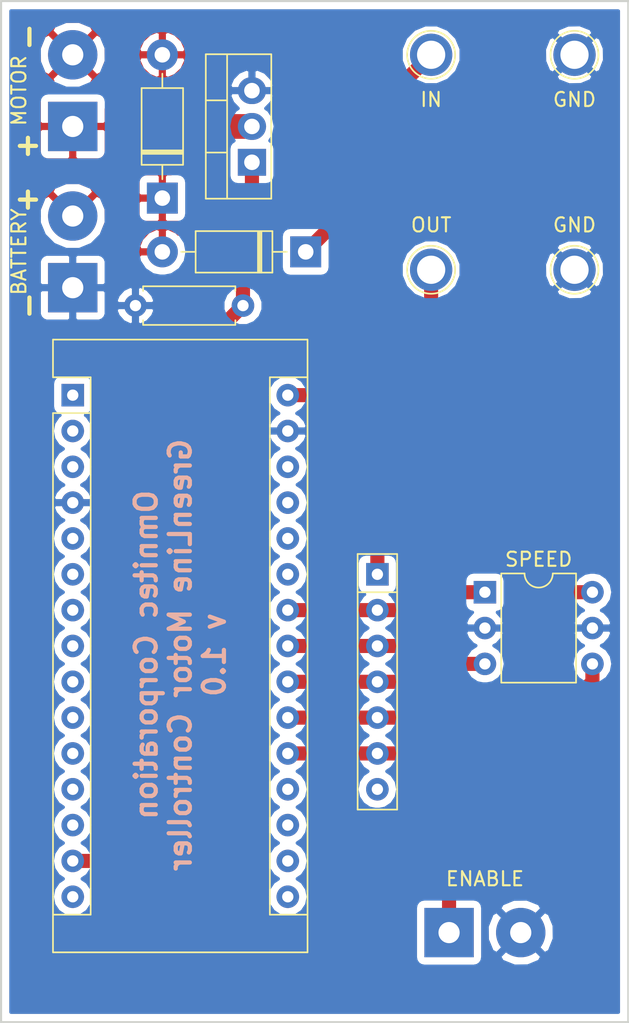
<source format=kicad_pcb>
(kicad_pcb (version 20171130) (host pcbnew "(5.0.2)-1")

  (general
    (thickness 1.6)
    (drawings 9)
    (tracks 52)
    (zones 0)
    (modules 14)
    (nets 34)
  )

  (page A4)
  (layers
    (0 F.Cu signal hide)
    (31 B.Cu signal)
    (32 B.Adhes user)
    (33 F.Adhes user)
    (34 B.Paste user)
    (35 F.Paste user)
    (36 B.SilkS user)
    (37 F.SilkS user)
    (38 B.Mask user)
    (39 F.Mask user)
    (40 Dwgs.User user)
    (41 Cmts.User user)
    (42 Eco1.User user)
    (43 Eco2.User user)
    (44 Edge.Cuts user)
    (45 Margin user)
    (46 B.CrtYd user)
    (47 F.CrtYd user)
    (48 B.Fab user)
    (49 F.Fab user hide)
  )

  (setup
    (last_trace_width 0.25)
    (trace_clearance 0.2)
    (zone_clearance 0.508)
    (zone_45_only no)
    (trace_min 0.2)
    (segment_width 0.2)
    (edge_width 0.15)
    (via_size 0.8)
    (via_drill 0.4)
    (via_min_size 0.4)
    (via_min_drill 0.3)
    (uvia_size 0.3)
    (uvia_drill 0.1)
    (uvias_allowed no)
    (uvia_min_size 0.2)
    (uvia_min_drill 0.1)
    (pcb_text_width 0.3)
    (pcb_text_size 1.5 1.5)
    (mod_edge_width 0.15)
    (mod_text_size 1 1)
    (mod_text_width 0.15)
    (pad_size 1.524 1.524)
    (pad_drill 0.762)
    (pad_to_mask_clearance 0.051)
    (solder_mask_min_width 0.25)
    (aux_axis_origin 0 0)
    (visible_elements 7FFFFFFF)
    (pcbplotparams
      (layerselection 0x010fc_ffffffff)
      (usegerberextensions false)
      (usegerberattributes false)
      (usegerberadvancedattributes false)
      (creategerberjobfile false)
      (excludeedgelayer true)
      (linewidth 0.100000)
      (plotframeref false)
      (viasonmask false)
      (mode 1)
      (useauxorigin false)
      (hpglpennumber 1)
      (hpglpenspeed 20)
      (hpglpendiameter 15.000000)
      (psnegative false)
      (psa4output false)
      (plotreference true)
      (plotvalue true)
      (plotinvisibletext false)
      (padsonsilk false)
      (subtractmaskfromsilk false)
      (outputformat 1)
      (mirror false)
      (drillshape 1)
      (scaleselection 1)
      (outputdirectory ""))
  )

  (net 0 "")
  (net 1 "Net-(A1-Pad1)")
  (net 2 "Net-(A1-Pad17)")
  (net 3 "Net-(A1-Pad2)")
  (net 4 "Net-(A1-Pad18)")
  (net 5 "Net-(A1-Pad3)")
  (net 6 "Net-(A1-Pad19)")
  (net 7 PSINGND)
  (net 8 "Net-(A1-Pad20)")
  (net 9 "Net-(A1-Pad5)")
  (net 10 "Net-(A1-Pad21)")
  (net 11 "Net-(A1-Pad6)")
  (net 12 "Net-(A1-Pad22)")
  (net 13 "Net-(A1-Pad7)")
  (net 14 "Net-(A1-Pad23)")
  (net 15 "Net-(A1-Pad8)")
  (net 16 "Net-(A1-Pad24)")
  (net 17 "Net-(A1-Pad9)")
  (net 18 "Net-(A1-Pad25)")
  (net 19 "Net-(A1-Pad10)")
  (net 20 "Net-(A1-Pad26)")
  (net 21 "Net-(A1-Pad11)")
  (net 22 "Net-(A1-Pad27)")
  (net 23 "Net-(A1-Pad12)")
  (net 24 "Net-(A1-Pad28)")
  (net 25 "Net-(A1-Pad13)")
  (net 26 "Net-(A1-Pad14)")
  (net 27 PSOUT)
  (net 28 "Net-(A1-Pad15)")
  (net 29 "Net-(A1-Pad16)")
  (net 30 PSIN)
  (net 31 "Net-(RN1-Pad7)")
  (net 32 /MOTOR_-)
  (net 33 /MOTOR_+)

  (net_class Default "This is the default net class."
    (clearance 0.2)
    (trace_width 0.25)
    (via_dia 0.8)
    (via_drill 0.4)
    (uvia_dia 0.3)
    (uvia_drill 0.1)
    (add_net /MOTOR_+)
    (add_net /MOTOR_-)
    (add_net "Net-(A1-Pad1)")
    (add_net "Net-(A1-Pad10)")
    (add_net "Net-(A1-Pad11)")
    (add_net "Net-(A1-Pad12)")
    (add_net "Net-(A1-Pad13)")
    (add_net "Net-(A1-Pad14)")
    (add_net "Net-(A1-Pad15)")
    (add_net "Net-(A1-Pad16)")
    (add_net "Net-(A1-Pad17)")
    (add_net "Net-(A1-Pad18)")
    (add_net "Net-(A1-Pad19)")
    (add_net "Net-(A1-Pad2)")
    (add_net "Net-(A1-Pad20)")
    (add_net "Net-(A1-Pad21)")
    (add_net "Net-(A1-Pad22)")
    (add_net "Net-(A1-Pad23)")
    (add_net "Net-(A1-Pad24)")
    (add_net "Net-(A1-Pad25)")
    (add_net "Net-(A1-Pad26)")
    (add_net "Net-(A1-Pad27)")
    (add_net "Net-(A1-Pad28)")
    (add_net "Net-(A1-Pad3)")
    (add_net "Net-(A1-Pad5)")
    (add_net "Net-(A1-Pad6)")
    (add_net "Net-(A1-Pad7)")
    (add_net "Net-(A1-Pad8)")
    (add_net "Net-(A1-Pad9)")
    (add_net "Net-(RN1-Pad7)")
    (add_net PSIN)
    (add_net PSINGND)
    (add_net PSOUT)
  )

  (module Resistor_THT:R_Array_SIP7 (layer F.Cu) (tedit 5D728C3D) (tstamp 5C999622)
    (at 173.99 102.87 270)
    (descr "7-pin Resistor SIP pack")
    (tags R)
    (path /5C731C95)
    (fp_text reference RN1 (at 8.89 -2.4 270) (layer F.SilkS) hide
      (effects (font (size 1 1) (thickness 0.15)))
    )
    (fp_text value 10k (at 8.89 2.4 270) (layer F.Fab)
      (effects (font (size 1 1) (thickness 0.15)))
    )
    (fp_text user %R (at 7.62 0 270) (layer F.Fab)
      (effects (font (size 1 1) (thickness 0.15)))
    )
    (fp_line (start -1.29 -1.25) (end -1.29 1.25) (layer F.Fab) (width 0.1))
    (fp_line (start -1.29 1.25) (end 16.53 1.25) (layer F.Fab) (width 0.1))
    (fp_line (start 16.53 1.25) (end 16.53 -1.25) (layer F.Fab) (width 0.1))
    (fp_line (start 16.53 -1.25) (end -1.29 -1.25) (layer F.Fab) (width 0.1))
    (fp_line (start 1.27 -1.25) (end 1.27 1.25) (layer F.Fab) (width 0.1))
    (fp_line (start -1.44 -1.4) (end -1.44 1.4) (layer F.SilkS) (width 0.12))
    (fp_line (start -1.44 1.4) (end 16.68 1.4) (layer F.SilkS) (width 0.12))
    (fp_line (start 16.68 1.4) (end 16.68 -1.4) (layer F.SilkS) (width 0.12))
    (fp_line (start 16.68 -1.4) (end -1.44 -1.4) (layer F.SilkS) (width 0.12))
    (fp_line (start 1.27 -1.4) (end 1.27 1.4) (layer F.SilkS) (width 0.12))
    (fp_line (start -1.7 -1.65) (end -1.7 1.65) (layer F.CrtYd) (width 0.05))
    (fp_line (start -1.7 1.65) (end 16.95 1.65) (layer F.CrtYd) (width 0.05))
    (fp_line (start 16.95 1.65) (end 16.95 -1.65) (layer F.CrtYd) (width 0.05))
    (fp_line (start 16.95 -1.65) (end -1.7 -1.65) (layer F.CrtYd) (width 0.05))
    (pad 1 thru_hole rect (at 0 0 270) (size 1.6 1.6) (drill 0.8) (layers *.Cu *.Mask)
      (net 27 PSOUT))
    (pad 2 thru_hole oval (at 2.54 0 270) (size 1.6 1.6) (drill 0.8) (layers *.Cu *.Mask)
      (net 16 "Net-(A1-Pad24)"))
    (pad 3 thru_hole oval (at 5.08 0 270) (size 1.6 1.6) (drill 0.8) (layers *.Cu *.Mask)
      (net 14 "Net-(A1-Pad23)"))
    (pad 4 thru_hole oval (at 7.62 0 270) (size 1.6 1.6) (drill 0.8) (layers *.Cu *.Mask)
      (net 12 "Net-(A1-Pad22)"))
    (pad 5 thru_hole oval (at 10.16 0 270) (size 1.6 1.6) (drill 0.8) (layers *.Cu *.Mask)
      (net 10 "Net-(A1-Pad21)"))
    (pad 6 thru_hole oval (at 12.7 0 270) (size 1.6 1.6) (drill 0.8) (layers *.Cu *.Mask)
      (net 8 "Net-(A1-Pad20)"))
    (pad 7 thru_hole oval (at 15.24 0 270) (size 1.6 1.6) (drill 0.8) (layers *.Cu *.Mask)
      (net 31 "Net-(RN1-Pad7)"))
    (model ${KISYS3DMOD}/Resistor_THT.3dshapes/R_Array_SIP7.wrl
      (at (xyz 0 0 0))
      (scale (xyz 1 1 1))
      (rotate (xyz 0 0 0))
    )
  )

  (module TestPoint:TestPoint_Plated_Hole_D2.0mm (layer F.Cu) (tedit 5D728E1B) (tstamp 5D72A318)
    (at 187.96 81.28)
    (descr "Plated Hole as test Point, diameter 2.0mm")
    (tags "test point plated hole")
    (path /5D7298A5)
    (attr virtual)
    (fp_text reference TP4 (at 0 -2.498) (layer F.Fab) hide
      (effects (font (size 1 1) (thickness 0.15)))
    )
    (fp_text value TestPoint (at 0 2.45) (layer F.Fab)
      (effects (font (size 1 1) (thickness 0.15)))
    )
    (fp_text user GND (at 0 -3.175) (layer F.SilkS)
      (effects (font (size 1 1) (thickness 0.15)))
    )
    (fp_circle (center 0 0) (end 1.8 0) (layer F.CrtYd) (width 0.05))
    (fp_circle (center 0 0) (end 0 -1.7) (layer F.SilkS) (width 0.12))
    (pad 1 thru_hole circle (at 0 0) (size 3 3) (drill 2) (layers *.Cu *.Mask)
      (net 7 PSINGND))
  )

  (module TestPoint:TestPoint_Plated_Hole_D2.0mm (layer F.Cu) (tedit 5D728E1F) (tstamp 5D72A310)
    (at 177.8 81.28)
    (descr "Plated Hole as test Point, diameter 2.0mm")
    (tags "test point plated hole")
    (path /5D72983F)
    (attr virtual)
    (fp_text reference TP3 (at 0 -2.498) (layer F.Fab) hide
      (effects (font (size 1 1) (thickness 0.15)))
    )
    (fp_text value TestPoint (at 0 2.45) (layer F.Fab)
      (effects (font (size 1 1) (thickness 0.15)))
    )
    (fp_circle (center 0 0) (end 0 -1.7) (layer F.SilkS) (width 0.12))
    (fp_circle (center 0 0) (end 1.8 0) (layer F.CrtYd) (width 0.05))
    (fp_text user OUT (at 0 -3.175) (layer F.SilkS)
      (effects (font (size 1 1) (thickness 0.15)))
    )
    (pad 1 thru_hole circle (at 0 0) (size 3 3) (drill 2) (layers *.Cu *.Mask)
      (net 27 PSOUT))
  )

  (module TestPoint:TestPoint_Plated_Hole_D2.0mm (layer F.Cu) (tedit 5D728E17) (tstamp 5D72A308)
    (at 187.96 66.04)
    (descr "Plated Hole as test Point, diameter 2.0mm")
    (tags "test point plated hole")
    (path /5D7298CF)
    (attr virtual)
    (fp_text reference TP2 (at 0 -2.498) (layer F.Fab) hide
      (effects (font (size 1 1) (thickness 0.15)))
    )
    (fp_text value TestPoint (at 0 2.45) (layer F.Fab)
      (effects (font (size 1 1) (thickness 0.15)))
    )
    (fp_text user GND (at 0 3.175) (layer F.SilkS)
      (effects (font (size 1 1) (thickness 0.15)))
    )
    (fp_circle (center 0 0) (end 1.8 0) (layer F.CrtYd) (width 0.05))
    (fp_circle (center 0 0) (end 0 -1.7) (layer F.SilkS) (width 0.12))
    (pad 1 thru_hole circle (at 0 0) (size 3 3) (drill 2) (layers *.Cu *.Mask)
      (net 7 PSINGND))
  )

  (module TestPoint:TestPoint_Plated_Hole_D2.0mm (layer F.Cu) (tedit 5D728E12) (tstamp 5D729C90)
    (at 177.8 66.04)
    (descr "Plated Hole as test Point, diameter 2.0mm")
    (tags "test point plated hole")
    (path /5D72965E)
    (attr virtual)
    (fp_text reference TP1 (at 0 -2.498) (layer F.Fab) hide
      (effects (font (size 1 1) (thickness 0.15)))
    )
    (fp_text value TestPoint (at 0 2.45) (layer F.Fab)
      (effects (font (size 1 1) (thickness 0.15)))
    )
    (fp_text user IN (at 0 3.175) (layer F.SilkS)
      (effects (font (size 1 1) (thickness 0.15)))
    )
    (fp_circle (center 0 0) (end 1.8 0) (layer F.CrtYd) (width 0.05))
    (fp_circle (center 0 0) (end 0 -1.7) (layer F.SilkS) (width 0.12))
    (pad 1 thru_hole circle (at 0 0) (size 3 3) (drill 2) (layers *.Cu *.Mask)
      (net 30 PSIN))
  )

  (module Package_DIP:DIP-6_W7.62mm (layer F.Cu) (tedit 5D728C35) (tstamp 5D74FF12)
    (at 181.61 104.14)
    (descr "6-lead though-hole mounted DIP package, row spacing 7.62 mm (300 mils)")
    (tags "THT DIP DIL PDIP 2.54mm 7.62mm 300mil")
    (path /5C732054)
    (fp_text reference SPEED (at 3.81 -2.33) (layer F.SilkS)
      (effects (font (size 1 1) (thickness 0.15)))
    )
    (fp_text value SPEED (at 3.81 7.41) (layer F.Fab)
      (effects (font (size 1 1) (thickness 0.15)))
    )
    (fp_arc (start 3.81 -1.33) (end 2.81 -1.33) (angle -180) (layer F.SilkS) (width 0.12))
    (fp_line (start 1.635 -1.27) (end 6.985 -1.27) (layer F.Fab) (width 0.1))
    (fp_line (start 6.985 -1.27) (end 6.985 6.35) (layer F.Fab) (width 0.1))
    (fp_line (start 6.985 6.35) (end 0.635 6.35) (layer F.Fab) (width 0.1))
    (fp_line (start 0.635 6.35) (end 0.635 -0.27) (layer F.Fab) (width 0.1))
    (fp_line (start 0.635 -0.27) (end 1.635 -1.27) (layer F.Fab) (width 0.1))
    (fp_line (start 2.81 -1.33) (end 1.16 -1.33) (layer F.SilkS) (width 0.12))
    (fp_line (start 1.16 -1.33) (end 1.16 6.41) (layer F.SilkS) (width 0.12))
    (fp_line (start 1.16 6.41) (end 6.46 6.41) (layer F.SilkS) (width 0.12))
    (fp_line (start 6.46 6.41) (end 6.46 -1.33) (layer F.SilkS) (width 0.12))
    (fp_line (start 6.46 -1.33) (end 4.81 -1.33) (layer F.SilkS) (width 0.12))
    (fp_line (start -1.1 -1.55) (end -1.1 6.6) (layer F.CrtYd) (width 0.05))
    (fp_line (start -1.1 6.6) (end 8.7 6.6) (layer F.CrtYd) (width 0.05))
    (fp_line (start 8.7 6.6) (end 8.7 -1.55) (layer F.CrtYd) (width 0.05))
    (fp_line (start 8.7 -1.55) (end -1.1 -1.55) (layer F.CrtYd) (width 0.05))
    (fp_text user %R (at 3.81 2.54) (layer F.Fab)
      (effects (font (size 1 1) (thickness 0.15)))
    )
    (pad 1 thru_hole rect (at 0 0) (size 1.6 1.6) (drill 0.8) (layers *.Cu *.Mask)
      (net 16 "Net-(A1-Pad24)"))
    (pad 4 thru_hole oval (at 7.62 5.08) (size 1.6 1.6) (drill 0.8) (layers *.Cu *.Mask)
      (net 10 "Net-(A1-Pad21)"))
    (pad 2 thru_hole oval (at 0 2.54) (size 1.6 1.6) (drill 0.8) (layers *.Cu *.Mask)
      (net 7 PSINGND))
    (pad 5 thru_hole oval (at 7.62 2.54) (size 1.6 1.6) (drill 0.8) (layers *.Cu *.Mask)
      (net 7 PSINGND))
    (pad 3 thru_hole oval (at 0 5.08) (size 1.6 1.6) (drill 0.8) (layers *.Cu *.Mask)
      (net 14 "Net-(A1-Pad23)"))
    (pad 6 thru_hole oval (at 7.62 0) (size 1.6 1.6) (drill 0.8) (layers *.Cu *.Mask)
      (net 12 "Net-(A1-Pad22)"))
    (model ${KISYS3DMOD}/Package_DIP.3dshapes/DIP-6_W7.62mm.wrl
      (at (xyz 0 0 0))
      (scale (xyz 1 1 1))
      (rotate (xyz 0 0 0))
    )
  )

  (module Connector_Wire:SolderWirePad_1x02_P5.08mm_Drill1.5mm (layer F.Cu) (tedit 5D728C2F) (tstamp 5C80B91A)
    (at 179.07 128.27)
    (descr "Wire solder connection")
    (tags connector)
    (path /5C81444D)
    (attr virtual)
    (fp_text reference ENABLE (at 2.54 -3.81) (layer F.SilkS)
      (effects (font (size 1 1) (thickness 0.15)))
    )
    (fp_text value ENABLE (at 2.54 3.81) (layer F.Fab)
      (effects (font (size 1 1) (thickness 0.15)))
    )
    (fp_line (start 7.33 2.25) (end -2.25 2.25) (layer F.CrtYd) (width 0.05))
    (fp_line (start 7.33 2.25) (end 7.33 -2.25) (layer F.CrtYd) (width 0.05))
    (fp_line (start -2.25 -2.25) (end -2.25 2.25) (layer F.CrtYd) (width 0.05))
    (fp_line (start -2.25 -2.25) (end 7.33 -2.25) (layer F.CrtYd) (width 0.05))
    (fp_text user %R (at 2.54 0) (layer F.Fab)
      (effects (font (size 1 1) (thickness 0.15)))
    )
    (pad 2 thru_hole circle (at 5.08 0) (size 3.50012 3.50012) (drill 1.50114) (layers *.Cu *.Mask)
      (net 7 PSINGND))
    (pad 1 thru_hole rect (at 0 0) (size 3.50012 3.50012) (drill 1.50114) (layers *.Cu *.Mask)
      (net 8 "Net-(A1-Pad20)"))
  )

  (module Diode_THT:D_DO-41_SOD81_P10.16mm_Horizontal (layer F.Cu) (tedit 5D728E2A) (tstamp 5D726DC7)
    (at 168.91 80.01 180)
    (descr "Diode, DO-41_SOD81 series, Axial, Horizontal, pin pitch=10.16mm, , length*diameter=5.2*2.7mm^2, , http://www.diodes.com/_files/packages/DO-41%20(Plastic).pdf")
    (tags "Diode DO-41_SOD81 series Axial Horizontal pin pitch 10.16mm  length 5.2mm diameter 2.7mm")
    (path /5D72EC0B)
    (fp_text reference D2 (at 5.08 -2.47 180) (layer F.Fab) hide
      (effects (font (size 1 1) (thickness 0.15)))
    )
    (fp_text value 1N4001 (at 5.08 2.47 180) (layer F.Fab)
      (effects (font (size 1 1) (thickness 0.15)))
    )
    (fp_text user K (at 0 -2.1 180) (layer F.Fab) hide
      (effects (font (size 1 1) (thickness 0.15)))
    )
    (fp_text user K (at 0 -2.1 180) (layer F.Fab)
      (effects (font (size 1 1) (thickness 0.15)))
    )
    (fp_text user %R (at 5.47 0) (layer F.Fab)
      (effects (font (size 1 1) (thickness 0.15)))
    )
    (fp_line (start 11.51 -1.6) (end -1.35 -1.6) (layer F.CrtYd) (width 0.05))
    (fp_line (start 11.51 1.6) (end 11.51 -1.6) (layer F.CrtYd) (width 0.05))
    (fp_line (start -1.35 1.6) (end 11.51 1.6) (layer F.CrtYd) (width 0.05))
    (fp_line (start -1.35 -1.6) (end -1.35 1.6) (layer F.CrtYd) (width 0.05))
    (fp_line (start 3.14 -1.47) (end 3.14 1.47) (layer F.SilkS) (width 0.12))
    (fp_line (start 3.38 -1.47) (end 3.38 1.47) (layer F.SilkS) (width 0.12))
    (fp_line (start 3.26 -1.47) (end 3.26 1.47) (layer F.SilkS) (width 0.12))
    (fp_line (start 8.82 0) (end 7.8 0) (layer F.SilkS) (width 0.12))
    (fp_line (start 1.34 0) (end 2.36 0) (layer F.SilkS) (width 0.12))
    (fp_line (start 7.8 -1.47) (end 2.36 -1.47) (layer F.SilkS) (width 0.12))
    (fp_line (start 7.8 1.47) (end 7.8 -1.47) (layer F.SilkS) (width 0.12))
    (fp_line (start 2.36 1.47) (end 7.8 1.47) (layer F.SilkS) (width 0.12))
    (fp_line (start 2.36 -1.47) (end 2.36 1.47) (layer F.SilkS) (width 0.12))
    (fp_line (start 3.16 -1.35) (end 3.16 1.35) (layer F.Fab) (width 0.1))
    (fp_line (start 3.36 -1.35) (end 3.36 1.35) (layer F.Fab) (width 0.1))
    (fp_line (start 3.26 -1.35) (end 3.26 1.35) (layer F.Fab) (width 0.1))
    (fp_line (start 10.16 0) (end 7.68 0) (layer F.Fab) (width 0.1))
    (fp_line (start 0 0) (end 2.48 0) (layer F.Fab) (width 0.1))
    (fp_line (start 7.68 -1.35) (end 2.48 -1.35) (layer F.Fab) (width 0.1))
    (fp_line (start 7.68 1.35) (end 7.68 -1.35) (layer F.Fab) (width 0.1))
    (fp_line (start 2.48 1.35) (end 7.68 1.35) (layer F.Fab) (width 0.1))
    (fp_line (start 2.48 -1.35) (end 2.48 1.35) (layer F.Fab) (width 0.1))
    (pad 2 thru_hole oval (at 10.16 0 180) (size 2.2 2.2) (drill 1.1) (layers *.Cu *.Mask)
      (net 33 /MOTOR_+))
    (pad 1 thru_hole rect (at 0 0 180) (size 2.2 2.2) (drill 1.1) (layers *.Cu *.Mask)
      (net 30 PSIN))
    (model ${KISYS3DMOD}/Diode_THT.3dshapes/D_DO-41_SOD81_P10.16mm_Horizontal.wrl
      (at (xyz 0 0 0))
      (scale (xyz 1 1 1))
      (rotate (xyz 0 0 0))
    )
  )

  (module Diode_THT:D_DO-41_SOD81_P10.16mm_Horizontal (layer F.Cu) (tedit 5D728E4A) (tstamp 5D726DA8)
    (at 158.75 76.2 90)
    (descr "Diode, DO-41_SOD81 series, Axial, Horizontal, pin pitch=10.16mm, , length*diameter=5.2*2.7mm^2, , http://www.diodes.com/_files/packages/DO-41%20(Plastic).pdf")
    (tags "Diode DO-41_SOD81 series Axial Horizontal pin pitch 10.16mm  length 5.2mm diameter 2.7mm")
    (path /5D730872)
    (fp_text reference D1 (at 5.08 -2.47 90) (layer F.Fab) hide
      (effects (font (size 1 1) (thickness 0.15)))
    )
    (fp_text value 1N4001 (at 5.08 2.47 180) (layer F.Fab)
      (effects (font (size 1 1) (thickness 0.15)))
    )
    (fp_line (start 2.48 -1.35) (end 2.48 1.35) (layer F.Fab) (width 0.1))
    (fp_line (start 2.48 1.35) (end 7.68 1.35) (layer F.Fab) (width 0.1))
    (fp_line (start 7.68 1.35) (end 7.68 -1.35) (layer F.Fab) (width 0.1))
    (fp_line (start 7.68 -1.35) (end 2.48 -1.35) (layer F.Fab) (width 0.1))
    (fp_line (start 0 0) (end 2.48 0) (layer F.Fab) (width 0.1))
    (fp_line (start 10.16 0) (end 7.68 0) (layer F.Fab) (width 0.1))
    (fp_line (start 3.26 -1.35) (end 3.26 1.35) (layer F.Fab) (width 0.1))
    (fp_line (start 3.36 -1.35) (end 3.36 1.35) (layer F.Fab) (width 0.1))
    (fp_line (start 3.16 -1.35) (end 3.16 1.35) (layer F.Fab) (width 0.1))
    (fp_line (start 2.36 -1.47) (end 2.36 1.47) (layer F.SilkS) (width 0.12))
    (fp_line (start 2.36 1.47) (end 7.8 1.47) (layer F.SilkS) (width 0.12))
    (fp_line (start 7.8 1.47) (end 7.8 -1.47) (layer F.SilkS) (width 0.12))
    (fp_line (start 7.8 -1.47) (end 2.36 -1.47) (layer F.SilkS) (width 0.12))
    (fp_line (start 1.34 0) (end 2.36 0) (layer F.SilkS) (width 0.12))
    (fp_line (start 8.82 0) (end 7.8 0) (layer F.SilkS) (width 0.12))
    (fp_line (start 3.26 -1.47) (end 3.26 1.47) (layer F.SilkS) (width 0.12))
    (fp_line (start 3.38 -1.47) (end 3.38 1.47) (layer F.SilkS) (width 0.12))
    (fp_line (start 3.14 -1.47) (end 3.14 1.47) (layer F.SilkS) (width 0.12))
    (fp_line (start -1.35 -1.6) (end -1.35 1.6) (layer F.CrtYd) (width 0.05))
    (fp_line (start -1.35 1.6) (end 11.51 1.6) (layer F.CrtYd) (width 0.05))
    (fp_line (start 11.51 1.6) (end 11.51 -1.6) (layer F.CrtYd) (width 0.05))
    (fp_line (start 11.51 -1.6) (end -1.35 -1.6) (layer F.CrtYd) (width 0.05))
    (fp_text user %R (at 5.47 0 90) (layer F.Fab)
      (effects (font (size 1 1) (thickness 0.15)))
    )
    (fp_text user K (at 0 -2.1 90) (layer F.Fab)
      (effects (font (size 1 1) (thickness 0.15)))
    )
    (fp_text user K (at 0 -2.1 90) (layer F.SilkS) hide
      (effects (font (size 1 1) (thickness 0.15)))
    )
    (pad 1 thru_hole rect (at 0 0 90) (size 2.2 2.2) (drill 1.1) (layers *.Cu *.Mask)
      (net 33 /MOTOR_+))
    (pad 2 thru_hole oval (at 10.16 0 90) (size 2.2 2.2) (drill 1.1) (layers *.Cu *.Mask)
      (net 32 /MOTOR_-))
    (model ${KISYS3DMOD}/Diode_THT.3dshapes/D_DO-41_SOD81_P10.16mm_Horizontal.wrl
      (at (xyz 0 0 0))
      (scale (xyz 1 1 1))
      (rotate (xyz 0 0 0))
    )
  )

  (module Connector_Wire:SolderWirePad_1x02_P5.08mm_Drill1.5mm (layer F.Cu) (tedit 5D728E43) (tstamp 5C80B906)
    (at 152.4 71.12 90)
    (descr "Wire solder connection")
    (tags connector)
    (path /5C80C246)
    (attr virtual)
    (fp_text reference J2 (at 2.54 -3.81 90) (layer F.Fab) hide
      (effects (font (size 1 1) (thickness 0.15)))
    )
    (fp_text value MOTOR (at 2.54 -3.81 90) (layer F.SilkS)
      (effects (font (size 1 1) (thickness 0.15)))
    )
    (fp_text user %R (at 2.54 0 90) (layer F.Fab)
      (effects (font (size 1 1) (thickness 0.15)))
    )
    (fp_line (start -2.25 -2.25) (end 7.33 -2.25) (layer F.CrtYd) (width 0.05))
    (fp_line (start -2.25 -2.25) (end -2.25 2.25) (layer F.CrtYd) (width 0.05))
    (fp_line (start 7.33 2.25) (end 7.33 -2.25) (layer F.CrtYd) (width 0.05))
    (fp_line (start 7.33 2.25) (end -2.25 2.25) (layer F.CrtYd) (width 0.05))
    (pad 1 thru_hole rect (at 0 0 90) (size 3.50012 3.50012) (drill 1.50114) (layers *.Cu *.Mask)
      (net 33 /MOTOR_+))
    (pad 2 thru_hole circle (at 5.08 0 90) (size 3.50012 3.50012) (drill 1.50114) (layers *.Cu *.Mask)
      (net 32 /MOTOR_-))
  )

  (module Connector_Wire:SolderWirePad_1x02_P5.08mm_Drill1.5mm (layer F.Cu) (tedit 5D728E39) (tstamp 5C99A04A)
    (at 152.4 82.55 90)
    (descr "Wire solder connection")
    (tags connector)
    (path /5C80B22E)
    (attr virtual)
    (fp_text reference J1 (at 2.54 -3.81 90) (layer F.Fab) hide
      (effects (font (size 1 1) (thickness 0.15)))
    )
    (fp_text value BATTERY (at 2.54 -3.81 90) (layer F.SilkS)
      (effects (font (size 1 1) (thickness 0.15)))
    )
    (fp_text user %R (at 2.54 0 90) (layer F.Fab)
      (effects (font (size 1 1) (thickness 0.15)))
    )
    (fp_line (start -2.25 -2.25) (end 7.33 -2.25) (layer F.CrtYd) (width 0.05))
    (fp_line (start -2.25 -2.25) (end -2.25 2.25) (layer F.CrtYd) (width 0.05))
    (fp_line (start 7.33 2.25) (end 7.33 -2.25) (layer F.CrtYd) (width 0.05))
    (fp_line (start 7.33 2.25) (end -2.25 2.25) (layer F.CrtYd) (width 0.05))
    (pad 1 thru_hole rect (at 0 0 90) (size 3.50012 3.50012) (drill 1.50114) (layers *.Cu *.Mask)
      (net 7 PSINGND))
    (pad 2 thru_hole circle (at 5.08 0 90) (size 3.50012 3.50012) (drill 1.50114) (layers *.Cu *.Mask)
      (net 33 /MOTOR_+))
  )

  (module Module:Arduino_Nano (layer F.Cu) (tedit 5D728E25) (tstamp 5C99956C)
    (at 152.4 90.17)
    (descr "Arduino Nano, http://www.mouser.com/pdfdocs/Gravitech_Arduino_Nano3_0.pdf")
    (tags "Arduino Nano")
    (path /5C72FBB8)
    (fp_text reference A1 (at 7.62 -5.08) (layer F.Fab) hide
      (effects (font (size 1 1) (thickness 0.15)))
    )
    (fp_text value Arduino_Nano_v3.x (at 8.89 19.05 90) (layer F.Fab)
      (effects (font (size 1 1) (thickness 0.15)))
    )
    (fp_text user %R (at 6.35 19.05 90) (layer F.Fab)
      (effects (font (size 1 1) (thickness 0.15)))
    )
    (fp_line (start 1.27 1.27) (end 1.27 -1.27) (layer F.SilkS) (width 0.12))
    (fp_line (start 1.27 -1.27) (end -1.4 -1.27) (layer F.SilkS) (width 0.12))
    (fp_line (start -1.4 1.27) (end -1.4 39.5) (layer F.SilkS) (width 0.12))
    (fp_line (start -1.4 -3.94) (end -1.4 -1.27) (layer F.SilkS) (width 0.12))
    (fp_line (start 13.97 -1.27) (end 16.64 -1.27) (layer F.SilkS) (width 0.12))
    (fp_line (start 13.97 -1.27) (end 13.97 36.83) (layer F.SilkS) (width 0.12))
    (fp_line (start 13.97 36.83) (end 16.64 36.83) (layer F.SilkS) (width 0.12))
    (fp_line (start 1.27 1.27) (end -1.4 1.27) (layer F.SilkS) (width 0.12))
    (fp_line (start 1.27 1.27) (end 1.27 36.83) (layer F.SilkS) (width 0.12))
    (fp_line (start 1.27 36.83) (end -1.4 36.83) (layer F.SilkS) (width 0.12))
    (fp_line (start 3.81 31.75) (end 11.43 31.75) (layer F.Fab) (width 0.1))
    (fp_line (start 11.43 31.75) (end 11.43 41.91) (layer F.Fab) (width 0.1))
    (fp_line (start 11.43 41.91) (end 3.81 41.91) (layer F.Fab) (width 0.1))
    (fp_line (start 3.81 41.91) (end 3.81 31.75) (layer F.Fab) (width 0.1))
    (fp_line (start -1.4 39.5) (end 16.64 39.5) (layer F.SilkS) (width 0.12))
    (fp_line (start 16.64 39.5) (end 16.64 -3.94) (layer F.SilkS) (width 0.12))
    (fp_line (start 16.64 -3.94) (end -1.4 -3.94) (layer F.SilkS) (width 0.12))
    (fp_line (start 16.51 39.37) (end -1.27 39.37) (layer F.Fab) (width 0.1))
    (fp_line (start -1.27 39.37) (end -1.27 -2.54) (layer F.Fab) (width 0.1))
    (fp_line (start -1.27 -2.54) (end 0 -3.81) (layer F.Fab) (width 0.1))
    (fp_line (start 0 -3.81) (end 16.51 -3.81) (layer F.Fab) (width 0.1))
    (fp_line (start 16.51 -3.81) (end 16.51 39.37) (layer F.Fab) (width 0.1))
    (fp_line (start -1.53 -4.06) (end 16.75 -4.06) (layer F.CrtYd) (width 0.05))
    (fp_line (start -1.53 -4.06) (end -1.53 42.16) (layer F.CrtYd) (width 0.05))
    (fp_line (start 16.75 42.16) (end 16.75 -4.06) (layer F.CrtYd) (width 0.05))
    (fp_line (start 16.75 42.16) (end -1.53 42.16) (layer F.CrtYd) (width 0.05))
    (pad 1 thru_hole rect (at 0 0) (size 1.6 1.6) (drill 0.8) (layers *.Cu *.Mask)
      (net 1 "Net-(A1-Pad1)"))
    (pad 17 thru_hole oval (at 15.24 33.02) (size 1.6 1.6) (drill 0.8) (layers *.Cu *.Mask)
      (net 2 "Net-(A1-Pad17)"))
    (pad 2 thru_hole oval (at 0 2.54) (size 1.6 1.6) (drill 0.8) (layers *.Cu *.Mask)
      (net 3 "Net-(A1-Pad2)"))
    (pad 18 thru_hole oval (at 15.24 30.48) (size 1.6 1.6) (drill 0.8) (layers *.Cu *.Mask)
      (net 4 "Net-(A1-Pad18)"))
    (pad 3 thru_hole oval (at 0 5.08) (size 1.6 1.6) (drill 0.8) (layers *.Cu *.Mask)
      (net 5 "Net-(A1-Pad3)"))
    (pad 19 thru_hole oval (at 15.24 27.94) (size 1.6 1.6) (drill 0.8) (layers *.Cu *.Mask)
      (net 6 "Net-(A1-Pad19)"))
    (pad 4 thru_hole oval (at 0 7.62) (size 1.6 1.6) (drill 0.8) (layers *.Cu *.Mask)
      (net 7 PSINGND))
    (pad 20 thru_hole oval (at 15.24 25.4) (size 1.6 1.6) (drill 0.8) (layers *.Cu *.Mask)
      (net 8 "Net-(A1-Pad20)"))
    (pad 5 thru_hole oval (at 0 10.16) (size 1.6 1.6) (drill 0.8) (layers *.Cu *.Mask)
      (net 9 "Net-(A1-Pad5)"))
    (pad 21 thru_hole oval (at 15.24 22.86) (size 1.6 1.6) (drill 0.8) (layers *.Cu *.Mask)
      (net 10 "Net-(A1-Pad21)"))
    (pad 6 thru_hole oval (at 0 12.7) (size 1.6 1.6) (drill 0.8) (layers *.Cu *.Mask)
      (net 11 "Net-(A1-Pad6)"))
    (pad 22 thru_hole oval (at 15.24 20.32) (size 1.6 1.6) (drill 0.8) (layers *.Cu *.Mask)
      (net 12 "Net-(A1-Pad22)"))
    (pad 7 thru_hole oval (at 0 15.24) (size 1.6 1.6) (drill 0.8) (layers *.Cu *.Mask)
      (net 13 "Net-(A1-Pad7)"))
    (pad 23 thru_hole oval (at 15.24 17.78) (size 1.6 1.6) (drill 0.8) (layers *.Cu *.Mask)
      (net 14 "Net-(A1-Pad23)"))
    (pad 8 thru_hole oval (at 0 17.78) (size 1.6 1.6) (drill 0.8) (layers *.Cu *.Mask)
      (net 15 "Net-(A1-Pad8)"))
    (pad 24 thru_hole oval (at 15.24 15.24) (size 1.6 1.6) (drill 0.8) (layers *.Cu *.Mask)
      (net 16 "Net-(A1-Pad24)"))
    (pad 9 thru_hole oval (at 0 20.32) (size 1.6 1.6) (drill 0.8) (layers *.Cu *.Mask)
      (net 17 "Net-(A1-Pad9)"))
    (pad 25 thru_hole oval (at 15.24 12.7) (size 1.6 1.6) (drill 0.8) (layers *.Cu *.Mask)
      (net 18 "Net-(A1-Pad25)"))
    (pad 10 thru_hole oval (at 0 22.86) (size 1.6 1.6) (drill 0.8) (layers *.Cu *.Mask)
      (net 19 "Net-(A1-Pad10)"))
    (pad 26 thru_hole oval (at 15.24 10.16) (size 1.6 1.6) (drill 0.8) (layers *.Cu *.Mask)
      (net 20 "Net-(A1-Pad26)"))
    (pad 11 thru_hole oval (at 0 25.4) (size 1.6 1.6) (drill 0.8) (layers *.Cu *.Mask)
      (net 21 "Net-(A1-Pad11)"))
    (pad 27 thru_hole oval (at 15.24 7.62) (size 1.6 1.6) (drill 0.8) (layers *.Cu *.Mask)
      (net 22 "Net-(A1-Pad27)"))
    (pad 12 thru_hole oval (at 0 27.94) (size 1.6 1.6) (drill 0.8) (layers *.Cu *.Mask)
      (net 23 "Net-(A1-Pad12)"))
    (pad 28 thru_hole oval (at 15.24 5.08) (size 1.6 1.6) (drill 0.8) (layers *.Cu *.Mask)
      (net 24 "Net-(A1-Pad28)"))
    (pad 13 thru_hole oval (at 0 30.48) (size 1.6 1.6) (drill 0.8) (layers *.Cu *.Mask)
      (net 25 "Net-(A1-Pad13)"))
    (pad 29 thru_hole oval (at 15.24 2.54) (size 1.6 1.6) (drill 0.8) (layers *.Cu *.Mask)
      (net 7 PSINGND))
    (pad 14 thru_hole oval (at 0 33.02) (size 1.6 1.6) (drill 0.8) (layers *.Cu *.Mask)
      (net 26 "Net-(A1-Pad14)"))
    (pad 30 thru_hole oval (at 15.24 0) (size 1.6 1.6) (drill 0.8) (layers *.Cu *.Mask)
      (net 27 PSOUT))
    (pad 15 thru_hole oval (at 0 35.56) (size 1.6 1.6) (drill 0.8) (layers *.Cu *.Mask)
      (net 28 "Net-(A1-Pad15)"))
    (pad 16 thru_hole oval (at 15.24 35.56) (size 1.6 1.6) (drill 0.8) (layers *.Cu *.Mask)
      (net 29 "Net-(A1-Pad16)"))
    (model ${KISYS3DMOD}/Module.3dshapes/Arduino_Nano_WithMountingHoles.wrl
      (at (xyz 0 0 0))
      (scale (xyz 1 1 1))
      (rotate (xyz 0 0 0))
    )
  )

  (module Package_TO_SOT_THT:TO-220-3_Vertical (layer F.Cu) (tedit 5D7278D6) (tstamp 5C9995C3)
    (at 165.1 73.66 90)
    (descr "TO-220-3, Vertical, RM 2.54mm, see https://www.vishay.com/docs/66542/to-220-1.pdf")
    (tags "TO-220-3 Vertical RM 2.54mm")
    (path /5C73016E)
    (fp_text reference Q1 (at 2.54 -4.27 90) (layer F.SilkS) hide
      (effects (font (size 1 1) (thickness 0.15)))
    )
    (fp_text value IRF540N (at 2.54 2.5 90) (layer F.Fab)
      (effects (font (size 1 1) (thickness 0.15)))
    )
    (fp_line (start -2.46 -3.15) (end -2.46 1.25) (layer F.Fab) (width 0.1))
    (fp_line (start -2.46 1.25) (end 7.54 1.25) (layer F.Fab) (width 0.1))
    (fp_line (start 7.54 1.25) (end 7.54 -3.15) (layer F.Fab) (width 0.1))
    (fp_line (start 7.54 -3.15) (end -2.46 -3.15) (layer F.Fab) (width 0.1))
    (fp_line (start -2.46 -1.88) (end 7.54 -1.88) (layer F.Fab) (width 0.1))
    (fp_line (start 0.69 -3.15) (end 0.69 -1.88) (layer F.Fab) (width 0.1))
    (fp_line (start 4.39 -3.15) (end 4.39 -1.88) (layer F.Fab) (width 0.1))
    (fp_line (start -2.58 -3.27) (end 7.66 -3.27) (layer F.SilkS) (width 0.12))
    (fp_line (start -2.58 1.371) (end 7.66 1.371) (layer F.SilkS) (width 0.12))
    (fp_line (start -2.58 -3.27) (end -2.58 1.371) (layer F.SilkS) (width 0.12))
    (fp_line (start 7.66 -3.27) (end 7.66 1.371) (layer F.SilkS) (width 0.12))
    (fp_line (start -2.58 -1.76) (end 7.66 -1.76) (layer F.SilkS) (width 0.12))
    (fp_line (start 0.69 -3.27) (end 0.69 -1.76) (layer F.SilkS) (width 0.12))
    (fp_line (start 4.391 -3.27) (end 4.391 -1.76) (layer F.SilkS) (width 0.12))
    (fp_line (start -2.71 -3.4) (end -2.71 1.51) (layer F.CrtYd) (width 0.05))
    (fp_line (start -2.71 1.51) (end 7.79 1.51) (layer F.CrtYd) (width 0.05))
    (fp_line (start 7.79 1.51) (end 7.79 -3.4) (layer F.CrtYd) (width 0.05))
    (fp_line (start 7.79 -3.4) (end -2.71 -3.4) (layer F.CrtYd) (width 0.05))
    (fp_text user %R (at 2.54 -4.27 90) (layer F.Fab)
      (effects (font (size 1 1) (thickness 0.15)))
    )
    (pad 1 thru_hole rect (at 0 0 90) (size 1.905 2) (drill 1.1) (layers *.Cu *.Mask)
      (net 26 "Net-(A1-Pad14)"))
    (pad 2 thru_hole oval (at 2.54 0 90) (size 1.905 2) (drill 1.1) (layers *.Cu *.Mask)
      (net 32 /MOTOR_-))
    (pad 3 thru_hole oval (at 5.08 0 90) (size 1.905 2) (drill 1.1) (layers *.Cu *.Mask)
      (net 7 PSINGND))
    (model ${KISYS3DMOD}/Package_TO_SOT_THT.3dshapes/TO-220-3_Vertical.wrl
      (at (xyz 0 0 0))
      (scale (xyz 1 1 1))
      (rotate (xyz 0 0 0))
    )
  )

  (module Resistor_THT:R_Axial_DIN0207_L6.3mm_D2.5mm_P7.62mm_Horizontal (layer F.Cu) (tedit 5D728E2E) (tstamp 5C99AA7E)
    (at 164.465 83.82 180)
    (descr "Resistor, Axial_DIN0207 series, Axial, Horizontal, pin pitch=7.62mm, 0.25W = 1/4W, length*diameter=6.3*2.5mm^2, http://cdn-reichelt.de/documents/datenblatt/B400/1_4W%23YAG.pdf")
    (tags "Resistor Axial_DIN0207 series Axial Horizontal pin pitch 7.62mm 0.25W = 1/4W length 6.3mm diameter 2.5mm")
    (path /5C7305D4)
    (fp_text reference R1 (at 3.81 -2.37 180) (layer F.Fab) hide
      (effects (font (size 1 1) (thickness 0.15)))
    )
    (fp_text value 100 (at 3.81 2.37 180) (layer F.Fab)
      (effects (font (size 1 1) (thickness 0.15)))
    )
    (fp_text user %R (at 3.81 0 180) (layer F.Fab)
      (effects (font (size 1 1) (thickness 0.15)))
    )
    (fp_line (start 8.67 -1.5) (end -1.05 -1.5) (layer F.CrtYd) (width 0.05))
    (fp_line (start 8.67 1.5) (end 8.67 -1.5) (layer F.CrtYd) (width 0.05))
    (fp_line (start -1.05 1.5) (end 8.67 1.5) (layer F.CrtYd) (width 0.05))
    (fp_line (start -1.05 -1.5) (end -1.05 1.5) (layer F.CrtYd) (width 0.05))
    (fp_line (start 7.08 1.37) (end 7.08 1.04) (layer F.SilkS) (width 0.12))
    (fp_line (start 0.54 1.37) (end 7.08 1.37) (layer F.SilkS) (width 0.12))
    (fp_line (start 0.54 1.04) (end 0.54 1.37) (layer F.SilkS) (width 0.12))
    (fp_line (start 7.08 -1.37) (end 7.08 -1.04) (layer F.SilkS) (width 0.12))
    (fp_line (start 0.54 -1.37) (end 7.08 -1.37) (layer F.SilkS) (width 0.12))
    (fp_line (start 0.54 -1.04) (end 0.54 -1.37) (layer F.SilkS) (width 0.12))
    (fp_line (start 7.62 0) (end 6.96 0) (layer F.Fab) (width 0.1))
    (fp_line (start 0 0) (end 0.66 0) (layer F.Fab) (width 0.1))
    (fp_line (start 6.96 -1.25) (end 0.66 -1.25) (layer F.Fab) (width 0.1))
    (fp_line (start 6.96 1.25) (end 6.96 -1.25) (layer F.Fab) (width 0.1))
    (fp_line (start 0.66 1.25) (end 6.96 1.25) (layer F.Fab) (width 0.1))
    (fp_line (start 0.66 -1.25) (end 0.66 1.25) (layer F.Fab) (width 0.1))
    (pad 2 thru_hole oval (at 7.62 0 180) (size 1.6 1.6) (drill 0.8) (layers *.Cu *.Mask)
      (net 7 PSINGND))
    (pad 1 thru_hole circle (at 0 0 180) (size 1.6 1.6) (drill 0.8) (layers *.Cu *.Mask)
      (net 26 "Net-(A1-Pad14)"))
    (model ${KISYS3DMOD}/Resistor_THT.3dshapes/R_Axial_DIN0207_L6.3mm_D2.5mm_P7.62mm_Horizontal.wrl
      (at (xyz 0 0 0))
      (scale (xyz 1 1 1))
      (rotate (xyz 0 0 0))
    )
  )

  (gr_text - (at 149.225 64.77 90) (layer F.SilkS) (tstamp 5D72AA41)
    (effects (font (size 1.5 1.5) (thickness 0.3)))
  )
  (gr_text - (at 149.225 83.82 90) (layer F.SilkS) (tstamp 5D72AA3B)
    (effects (font (size 1.5 1.5) (thickness 0.3)))
  )
  (gr_text + (at 149.225 72.39) (layer F.SilkS) (tstamp 5D72AA2F)
    (effects (font (size 1.5 1.5) (thickness 0.3)))
  )
  (gr_text + (at 149.225 76.2) (layer F.SilkS)
    (effects (font (size 1.5 1.5) (thickness 0.3)))
  )
  (gr_text "Omnitec Corporation\nGreenLine Motor Controller\nv 1.0" (at 160.02 108.585 90) (layer B.SilkS)
    (effects (font (size 1.5 1.5) (thickness 0.3)) (justify mirror))
  )
  (gr_line (start 147.32 134.62) (end 147.32 62.23) (layer Edge.Cuts) (width 0.15))
  (gr_line (start 191.77 62.23) (end 147.32 62.23) (layer Edge.Cuts) (width 0.15))
  (gr_line (start 191.77 134.62) (end 191.77 62.23) (layer Edge.Cuts) (width 0.15))
  (gr_line (start 147.32 134.62) (end 191.77 134.62) (layer Edge.Cuts) (width 0.15))

  (segment (start 167.64 115.57) (end 173.99 115.57) (width 1) (layer F.Cu) (net 8))
  (segment (start 176.53 115.57) (end 173.99 115.57) (width 1) (layer F.Cu) (net 8))
  (segment (start 179.07 128.27) (end 179.07 118.11) (width 1) (layer F.Cu) (net 8))
  (segment (start 179.07 118.11) (end 176.53 115.57) (width 1) (layer F.Cu) (net 8))
  (segment (start 167.64 113.03) (end 173.99 113.03) (width 1) (layer F.Cu) (net 10))
  (segment (start 189.23 110.49) (end 189.23 109.22) (width 1) (layer F.Cu) (net 10))
  (segment (start 185.42 114.3) (end 189.23 110.49) (width 1) (layer F.Cu) (net 10))
  (segment (start 177.8 114.3) (end 185.42 114.3) (width 1) (layer F.Cu) (net 10))
  (segment (start 173.99 113.03) (end 176.53 113.03) (width 1) (layer F.Cu) (net 10))
  (segment (start 176.53 113.03) (end 177.8 114.3) (width 1) (layer F.Cu) (net 10))
  (segment (start 167.64 110.49) (end 173.99 110.49) (width 1) (layer F.Cu) (net 12))
  (segment (start 189.23 104.14) (end 187.325 104.14) (width 1) (layer F.Cu) (net 12))
  (segment (start 173.99 110.49) (end 177.165 110.49) (width 1) (layer F.Cu) (net 12))
  (segment (start 177.165 110.49) (end 178.435 111.76) (width 1) (layer F.Cu) (net 12))
  (segment (start 178.435 111.76) (end 184.15 111.76) (width 1) (layer F.Cu) (net 12))
  (segment (start 184.15 111.76) (end 185.42 110.49) (width 1) (layer F.Cu) (net 12))
  (segment (start 185.42 106.045) (end 186.69 104.775) (width 1) (layer F.Cu) (net 12))
  (segment (start 185.42 110.49) (end 185.42 106.045) (width 1) (layer F.Cu) (net 12))
  (segment (start 187.325 104.14) (end 186.69 104.775) (width 1) (layer F.Cu) (net 12))
  (segment (start 186.69 104.775) (end 186.055 105.41) (width 1) (layer F.Cu) (net 12))
  (segment (start 167.64 107.95) (end 173.99 107.95) (width 1) (layer F.Cu) (net 14))
  (segment (start 181.61 109.22) (end 179.705 109.22) (width 1) (layer F.Cu) (net 14))
  (segment (start 179.705 109.22) (end 178.435 107.95) (width 1) (layer F.Cu) (net 14))
  (segment (start 178.435 107.95) (end 173.99 107.95) (width 1) (layer F.Cu) (net 14))
  (segment (start 167.64 105.41) (end 173.99 105.41) (width 1) (layer F.Cu) (net 16))
  (segment (start 181.61 104.14) (end 179.07 104.14) (width 1) (layer F.Cu) (net 16))
  (segment (start 177.8 105.41) (end 173.99 105.41) (width 1) (layer F.Cu) (net 16))
  (segment (start 179.07 104.14) (end 177.8 105.41) (width 1) (layer F.Cu) (net 16))
  (segment (start 152.4 123.19) (end 156.21 123.19) (width 1) (layer F.Cu) (net 26))
  (segment (start 156.21 123.19) (end 158.115 121.285) (width 1) (layer F.Cu) (net 26))
  (segment (start 158.115 90.17) (end 164.465 83.82) (width 1) (layer F.Cu) (net 26))
  (segment (start 158.115 121.285) (end 158.115 90.17) (width 1) (layer F.Cu) (net 26))
  (segment (start 165.1 75.6125) (end 164.465 76.2475) (width 1) (layer F.Cu) (net 26))
  (segment (start 165.1 73.66) (end 165.1 75.6125) (width 1) (layer F.Cu) (net 26))
  (segment (start 164.465 76.2475) (end 164.465 83.82) (width 1) (layer F.Cu) (net 26))
  (segment (start 171.45 90.17) (end 167.64 90.17) (width 1) (layer F.Cu) (net 27))
  (segment (start 177.8 81.28) (end 177.8 83.82) (width 1) (layer F.Cu) (net 27))
  (segment (start 173.99 102.87) (end 173.99 87.63) (width 1) (layer F.Cu) (net 27))
  (segment (start 177.8 83.82) (end 173.99 87.63) (width 1) (layer F.Cu) (net 27))
  (segment (start 173.99 87.63) (end 171.45 90.17) (width 1) (layer F.Cu) (net 27))
  (segment (start 168.91 80.01) (end 172.72 76.2) (width 1) (layer F.Cu) (net 30))
  (segment (start 172.72 76.2) (end 172.72 71.12) (width 1) (layer F.Cu) (net 30))
  (segment (start 172.72 71.12) (end 177.8 66.04) (width 1) (layer F.Cu) (net 30))
  (segment (start 165.1 71.12) (end 164.725168 71.12) (width 1.75) (layer F.Cu) (net 32))
  (segment (start 165.1 71.12) (end 162.35 71.12) (width 1.75) (layer F.Cu) (net 32))
  (segment (start 162.35 71.12) (end 160.02 71.12) (width 1.75) (layer F.Cu) (net 32))
  (segment (start 158.115 69.215) (end 157.48 68.58) (width 1.75) (layer F.Cu) (net 32))
  (segment (start 160.445 69.215) (end 158.115 69.215) (width 1.75) (layer F.Cu) (net 32))
  (segment (start 157.48 68.58) (end 156.21 67.31) (width 1.75) (layer F.Cu) (net 32))
  (segment (start 160.02 71.12) (end 157.48 68.58) (width 1.75) (layer F.Cu) (net 32))
  (segment (start 160.445 69.215) (end 159.81 68.58) (width 1.75) (layer F.Cu) (net 32))
  (segment (start 162.35 71.12) (end 160.445 69.215) (width 1.75) (layer F.Cu) (net 32))

  (zone (net 7) (net_name PSINGND) (layer B.Cu) (tstamp 0) (hatch edge 0.508)
    (connect_pads (clearance 0.508))
    (min_thickness 0.254)
    (fill yes (arc_segments 16) (thermal_gap 0.508) (thermal_bridge_width 0.508))
    (polygon
      (pts
        (xy 147.32 134.62) (xy 191.77 134.62) (xy 191.77 62.23) (xy 147.32 62.23)
      )
    )
    (filled_polygon
      (pts
        (xy 191.06 133.91) (xy 148.03 133.91) (xy 148.03 100.33) (xy 150.936887 100.33) (xy 151.04826 100.889909)
        (xy 151.365423 101.364577) (xy 151.717758 101.6) (xy 151.365423 101.835423) (xy 151.04826 102.310091) (xy 150.936887 102.87)
        (xy 151.04826 103.429909) (xy 151.365423 103.904577) (xy 151.717758 104.14) (xy 151.365423 104.375423) (xy 151.04826 104.850091)
        (xy 150.936887 105.41) (xy 151.04826 105.969909) (xy 151.365423 106.444577) (xy 151.717758 106.68) (xy 151.365423 106.915423)
        (xy 151.04826 107.390091) (xy 150.936887 107.95) (xy 151.04826 108.509909) (xy 151.365423 108.984577) (xy 151.717758 109.22)
        (xy 151.365423 109.455423) (xy 151.04826 109.930091) (xy 150.936887 110.49) (xy 151.04826 111.049909) (xy 151.365423 111.524577)
        (xy 151.717758 111.76) (xy 151.365423 111.995423) (xy 151.04826 112.470091) (xy 150.936887 113.03) (xy 151.04826 113.589909)
        (xy 151.365423 114.064577) (xy 151.717758 114.3) (xy 151.365423 114.535423) (xy 151.04826 115.010091) (xy 150.936887 115.57)
        (xy 151.04826 116.129909) (xy 151.365423 116.604577) (xy 151.717758 116.84) (xy 151.365423 117.075423) (xy 151.04826 117.550091)
        (xy 150.936887 118.11) (xy 151.04826 118.669909) (xy 151.365423 119.144577) (xy 151.717758 119.38) (xy 151.365423 119.615423)
        (xy 151.04826 120.090091) (xy 150.936887 120.65) (xy 151.04826 121.209909) (xy 151.365423 121.684577) (xy 151.717758 121.92)
        (xy 151.365423 122.155423) (xy 151.04826 122.630091) (xy 150.936887 123.19) (xy 151.04826 123.749909) (xy 151.365423 124.224577)
        (xy 151.717758 124.46) (xy 151.365423 124.695423) (xy 151.04826 125.170091) (xy 150.936887 125.73) (xy 151.04826 126.289909)
        (xy 151.365423 126.764577) (xy 151.840091 127.08174) (xy 152.258667 127.165) (xy 152.541333 127.165) (xy 152.959909 127.08174)
        (xy 153.434577 126.764577) (xy 153.75174 126.289909) (xy 153.863113 125.73) (xy 153.75174 125.170091) (xy 153.434577 124.695423)
        (xy 153.082242 124.46) (xy 153.434577 124.224577) (xy 153.75174 123.749909) (xy 153.863113 123.19) (xy 153.75174 122.630091)
        (xy 153.434577 122.155423) (xy 153.082242 121.92) (xy 153.434577 121.684577) (xy 153.75174 121.209909) (xy 153.863113 120.65)
        (xy 153.75174 120.090091) (xy 153.434577 119.615423) (xy 153.082242 119.38) (xy 153.434577 119.144577) (xy 153.75174 118.669909)
        (xy 153.863113 118.11) (xy 153.75174 117.550091) (xy 153.434577 117.075423) (xy 153.082242 116.84) (xy 153.434577 116.604577)
        (xy 153.75174 116.129909) (xy 153.863113 115.57) (xy 153.75174 115.010091) (xy 153.434577 114.535423) (xy 153.082242 114.3)
        (xy 153.434577 114.064577) (xy 153.75174 113.589909) (xy 153.863113 113.03) (xy 153.75174 112.470091) (xy 153.434577 111.995423)
        (xy 153.082242 111.76) (xy 153.434577 111.524577) (xy 153.75174 111.049909) (xy 153.863113 110.49) (xy 153.75174 109.930091)
        (xy 153.434577 109.455423) (xy 153.082242 109.22) (xy 153.434577 108.984577) (xy 153.75174 108.509909) (xy 153.863113 107.95)
        (xy 153.75174 107.390091) (xy 153.434577 106.915423) (xy 153.082242 106.68) (xy 153.434577 106.444577) (xy 153.75174 105.969909)
        (xy 153.863113 105.41) (xy 153.75174 104.850091) (xy 153.434577 104.375423) (xy 153.082242 104.14) (xy 153.434577 103.904577)
        (xy 153.75174 103.429909) (xy 153.863113 102.87) (xy 153.75174 102.310091) (xy 153.434577 101.835423) (xy 153.082242 101.6)
        (xy 153.434577 101.364577) (xy 153.75174 100.889909) (xy 153.863113 100.33) (xy 153.75174 99.770091) (xy 153.434577 99.295423)
        (xy 153.050892 99.039053) (xy 153.255134 98.942389) (xy 153.631041 98.527423) (xy 153.791904 98.139039) (xy 153.669915 97.917)
        (xy 152.527 97.917) (xy 152.527 97.937) (xy 152.273 97.937) (xy 152.273 97.917) (xy 151.130085 97.917)
        (xy 151.008096 98.139039) (xy 151.168959 98.527423) (xy 151.544866 98.942389) (xy 151.749108 99.039053) (xy 151.365423 99.295423)
        (xy 151.04826 99.770091) (xy 150.936887 100.33) (xy 148.03 100.33) (xy 148.03 92.71) (xy 150.936887 92.71)
        (xy 151.04826 93.269909) (xy 151.365423 93.744577) (xy 151.717758 93.98) (xy 151.365423 94.215423) (xy 151.04826 94.690091)
        (xy 150.936887 95.25) (xy 151.04826 95.809909) (xy 151.365423 96.284577) (xy 151.749108 96.540947) (xy 151.544866 96.637611)
        (xy 151.168959 97.052577) (xy 151.008096 97.440961) (xy 151.130085 97.663) (xy 152.273 97.663) (xy 152.273 97.643)
        (xy 152.527 97.643) (xy 152.527 97.663) (xy 153.669915 97.663) (xy 153.791904 97.440961) (xy 153.631041 97.052577)
        (xy 153.255134 96.637611) (xy 153.050892 96.540947) (xy 153.434577 96.284577) (xy 153.75174 95.809909) (xy 153.863113 95.25)
        (xy 166.176887 95.25) (xy 166.28826 95.809909) (xy 166.605423 96.284577) (xy 166.957758 96.52) (xy 166.605423 96.755423)
        (xy 166.28826 97.230091) (xy 166.176887 97.79) (xy 166.28826 98.349909) (xy 166.605423 98.824577) (xy 166.957758 99.06)
        (xy 166.605423 99.295423) (xy 166.28826 99.770091) (xy 166.176887 100.33) (xy 166.28826 100.889909) (xy 166.605423 101.364577)
        (xy 166.957758 101.6) (xy 166.605423 101.835423) (xy 166.28826 102.310091) (xy 166.176887 102.87) (xy 166.28826 103.429909)
        (xy 166.605423 103.904577) (xy 166.957758 104.14) (xy 166.605423 104.375423) (xy 166.28826 104.850091) (xy 166.176887 105.41)
        (xy 166.28826 105.969909) (xy 166.605423 106.444577) (xy 166.957758 106.68) (xy 166.605423 106.915423) (xy 166.28826 107.390091)
        (xy 166.176887 107.95) (xy 166.28826 108.509909) (xy 166.605423 108.984577) (xy 166.957758 109.22) (xy 166.605423 109.455423)
        (xy 166.28826 109.930091) (xy 166.176887 110.49) (xy 166.28826 111.049909) (xy 166.605423 111.524577) (xy 166.957758 111.76)
        (xy 166.605423 111.995423) (xy 166.28826 112.470091) (xy 166.176887 113.03) (xy 166.28826 113.589909) (xy 166.605423 114.064577)
        (xy 166.957758 114.3) (xy 166.605423 114.535423) (xy 166.28826 115.010091) (xy 166.176887 115.57) (xy 166.28826 116.129909)
        (xy 166.605423 116.604577) (xy 166.957758 116.84) (xy 166.605423 117.075423) (xy 166.28826 117.550091) (xy 166.176887 118.11)
        (xy 166.28826 118.669909) (xy 166.605423 119.144577) (xy 166.957758 119.38) (xy 166.605423 119.615423) (xy 166.28826 120.090091)
        (xy 166.176887 120.65) (xy 166.28826 121.209909) (xy 166.605423 121.684577) (xy 166.957758 121.92) (xy 166.605423 122.155423)
        (xy 166.28826 122.630091) (xy 166.176887 123.19) (xy 166.28826 123.749909) (xy 166.605423 124.224577) (xy 166.957758 124.46)
        (xy 166.605423 124.695423) (xy 166.28826 125.170091) (xy 166.176887 125.73) (xy 166.28826 126.289909) (xy 166.605423 126.764577)
        (xy 167.080091 127.08174) (xy 167.498667 127.165) (xy 167.781333 127.165) (xy 168.199909 127.08174) (xy 168.674577 126.764577)
        (xy 168.838038 126.51994) (xy 176.6725 126.51994) (xy 176.6725 130.02006) (xy 176.721783 130.267825) (xy 176.862131 130.477869)
        (xy 177.072175 130.618217) (xy 177.31994 130.6675) (xy 180.82006 130.6675) (xy 181.067825 130.618217) (xy 181.277869 130.477869)
        (xy 181.418217 130.267825) (xy 181.4675 130.02006) (xy 181.4675 129.964571) (xy 182.635034 129.964571) (xy 182.825328 130.309319)
        (xy 183.706576 130.661015) (xy 184.655332 130.648701) (xy 185.474672 130.309319) (xy 185.664966 129.964571) (xy 184.15 128.449605)
        (xy 182.635034 129.964571) (xy 181.4675 129.964571) (xy 181.4675 127.826576) (xy 181.758985 127.826576) (xy 181.771299 128.775332)
        (xy 182.110681 129.594672) (xy 182.455429 129.784966) (xy 183.970395 128.27) (xy 184.329605 128.27) (xy 185.844571 129.784966)
        (xy 186.189319 129.594672) (xy 186.541015 128.713424) (xy 186.528701 127.764668) (xy 186.189319 126.945328) (xy 185.844571 126.755034)
        (xy 184.329605 128.27) (xy 183.970395 128.27) (xy 182.455429 126.755034) (xy 182.110681 126.945328) (xy 181.758985 127.826576)
        (xy 181.4675 127.826576) (xy 181.4675 126.575429) (xy 182.635034 126.575429) (xy 184.15 128.090395) (xy 185.664966 126.575429)
        (xy 185.474672 126.230681) (xy 184.593424 125.878985) (xy 183.644668 125.891299) (xy 182.825328 126.230681) (xy 182.635034 126.575429)
        (xy 181.4675 126.575429) (xy 181.4675 126.51994) (xy 181.418217 126.272175) (xy 181.277869 126.062131) (xy 181.067825 125.921783)
        (xy 180.82006 125.8725) (xy 177.31994 125.8725) (xy 177.072175 125.921783) (xy 176.862131 126.062131) (xy 176.721783 126.272175)
        (xy 176.6725 126.51994) (xy 168.838038 126.51994) (xy 168.99174 126.289909) (xy 169.103113 125.73) (xy 168.99174 125.170091)
        (xy 168.674577 124.695423) (xy 168.322242 124.46) (xy 168.674577 124.224577) (xy 168.99174 123.749909) (xy 169.103113 123.19)
        (xy 168.99174 122.630091) (xy 168.674577 122.155423) (xy 168.322242 121.92) (xy 168.674577 121.684577) (xy 168.99174 121.209909)
        (xy 169.103113 120.65) (xy 168.99174 120.090091) (xy 168.674577 119.615423) (xy 168.322242 119.38) (xy 168.674577 119.144577)
        (xy 168.99174 118.669909) (xy 169.103113 118.11) (xy 168.99174 117.550091) (xy 168.674577 117.075423) (xy 168.322242 116.84)
        (xy 168.674577 116.604577) (xy 168.99174 116.129909) (xy 169.103113 115.57) (xy 168.99174 115.010091) (xy 168.674577 114.535423)
        (xy 168.322242 114.3) (xy 168.674577 114.064577) (xy 168.99174 113.589909) (xy 169.103113 113.03) (xy 168.99174 112.470091)
        (xy 168.674577 111.995423) (xy 168.322242 111.76) (xy 168.674577 111.524577) (xy 168.99174 111.049909) (xy 169.103113 110.49)
        (xy 168.99174 109.930091) (xy 168.674577 109.455423) (xy 168.322242 109.22) (xy 168.674577 108.984577) (xy 168.99174 108.509909)
        (xy 169.103113 107.95) (xy 168.99174 107.390091) (xy 168.674577 106.915423) (xy 168.322242 106.68) (xy 168.674577 106.444577)
        (xy 168.99174 105.969909) (xy 169.103113 105.41) (xy 172.526887 105.41) (xy 172.63826 105.969909) (xy 172.955423 106.444577)
        (xy 173.307758 106.68) (xy 172.955423 106.915423) (xy 172.63826 107.390091) (xy 172.526887 107.95) (xy 172.63826 108.509909)
        (xy 172.955423 108.984577) (xy 173.307758 109.22) (xy 172.955423 109.455423) (xy 172.63826 109.930091) (xy 172.526887 110.49)
        (xy 172.63826 111.049909) (xy 172.955423 111.524577) (xy 173.307758 111.76) (xy 172.955423 111.995423) (xy 172.63826 112.470091)
        (xy 172.526887 113.03) (xy 172.63826 113.589909) (xy 172.955423 114.064577) (xy 173.307758 114.3) (xy 172.955423 114.535423)
        (xy 172.63826 115.010091) (xy 172.526887 115.57) (xy 172.63826 116.129909) (xy 172.955423 116.604577) (xy 173.307758 116.84)
        (xy 172.955423 117.075423) (xy 172.63826 117.550091) (xy 172.526887 118.11) (xy 172.63826 118.669909) (xy 172.955423 119.144577)
        (xy 173.430091 119.46174) (xy 173.848667 119.545) (xy 174.131333 119.545) (xy 174.549909 119.46174) (xy 175.024577 119.144577)
        (xy 175.34174 118.669909) (xy 175.453113 118.11) (xy 175.34174 117.550091) (xy 175.024577 117.075423) (xy 174.672242 116.84)
        (xy 175.024577 116.604577) (xy 175.34174 116.129909) (xy 175.453113 115.57) (xy 175.34174 115.010091) (xy 175.024577 114.535423)
        (xy 174.672242 114.3) (xy 175.024577 114.064577) (xy 175.34174 113.589909) (xy 175.453113 113.03) (xy 175.34174 112.470091)
        (xy 175.024577 111.995423) (xy 174.672242 111.76) (xy 175.024577 111.524577) (xy 175.34174 111.049909) (xy 175.453113 110.49)
        (xy 175.34174 109.930091) (xy 175.024577 109.455423) (xy 174.672242 109.22) (xy 180.146887 109.22) (xy 180.25826 109.779909)
        (xy 180.575423 110.254577) (xy 181.050091 110.57174) (xy 181.468667 110.655) (xy 181.751333 110.655) (xy 182.169909 110.57174)
        (xy 182.644577 110.254577) (xy 182.96174 109.779909) (xy 183.073113 109.22) (xy 187.766887 109.22) (xy 187.87826 109.779909)
        (xy 188.195423 110.254577) (xy 188.670091 110.57174) (xy 189.088667 110.655) (xy 189.371333 110.655) (xy 189.789909 110.57174)
        (xy 190.264577 110.254577) (xy 190.58174 109.779909) (xy 190.693113 109.22) (xy 190.58174 108.660091) (xy 190.264577 108.185423)
        (xy 189.880892 107.929053) (xy 190.085134 107.832389) (xy 190.461041 107.417423) (xy 190.621904 107.029039) (xy 190.499915 106.807)
        (xy 189.357 106.807) (xy 189.357 106.827) (xy 189.103 106.827) (xy 189.103 106.807) (xy 187.960085 106.807)
        (xy 187.838096 107.029039) (xy 187.998959 107.417423) (xy 188.374866 107.832389) (xy 188.579108 107.929053) (xy 188.195423 108.185423)
        (xy 187.87826 108.660091) (xy 187.766887 109.22) (xy 183.073113 109.22) (xy 182.96174 108.660091) (xy 182.644577 108.185423)
        (xy 182.260892 107.929053) (xy 182.465134 107.832389) (xy 182.841041 107.417423) (xy 183.001904 107.029039) (xy 182.879915 106.807)
        (xy 181.737 106.807) (xy 181.737 106.827) (xy 181.483 106.827) (xy 181.483 106.807) (xy 180.340085 106.807)
        (xy 180.218096 107.029039) (xy 180.378959 107.417423) (xy 180.754866 107.832389) (xy 180.959108 107.929053) (xy 180.575423 108.185423)
        (xy 180.25826 108.660091) (xy 180.146887 109.22) (xy 174.672242 109.22) (xy 175.024577 108.984577) (xy 175.34174 108.509909)
        (xy 175.453113 107.95) (xy 175.34174 107.390091) (xy 175.024577 106.915423) (xy 174.672242 106.68) (xy 175.024577 106.444577)
        (xy 175.34174 105.969909) (xy 175.453113 105.41) (xy 175.34174 104.850091) (xy 175.024577 104.375423) (xy 174.903894 104.294785)
        (xy 175.037765 104.268157) (xy 175.247809 104.127809) (xy 175.388157 103.917765) (xy 175.43744 103.67) (xy 175.43744 103.34)
        (xy 180.16256 103.34) (xy 180.16256 104.94) (xy 180.211843 105.187765) (xy 180.352191 105.397809) (xy 180.562235 105.538157)
        (xy 180.717361 105.569013) (xy 180.378959 105.942577) (xy 180.218096 106.330961) (xy 180.340085 106.553) (xy 181.483 106.553)
        (xy 181.483 106.533) (xy 181.737 106.533) (xy 181.737 106.553) (xy 182.879915 106.553) (xy 183.001904 106.330961)
        (xy 182.841041 105.942577) (xy 182.502639 105.569013) (xy 182.657765 105.538157) (xy 182.867809 105.397809) (xy 183.008157 105.187765)
        (xy 183.05744 104.94) (xy 183.05744 104.14) (xy 187.766887 104.14) (xy 187.87826 104.699909) (xy 188.195423 105.174577)
        (xy 188.579108 105.430947) (xy 188.374866 105.527611) (xy 187.998959 105.942577) (xy 187.838096 106.330961) (xy 187.960085 106.553)
        (xy 189.103 106.553) (xy 189.103 106.533) (xy 189.357 106.533) (xy 189.357 106.553) (xy 190.499915 106.553)
        (xy 190.621904 106.330961) (xy 190.461041 105.942577) (xy 190.085134 105.527611) (xy 189.880892 105.430947) (xy 190.264577 105.174577)
        (xy 190.58174 104.699909) (xy 190.693113 104.14) (xy 190.58174 103.580091) (xy 190.264577 103.105423) (xy 189.789909 102.78826)
        (xy 189.371333 102.705) (xy 189.088667 102.705) (xy 188.670091 102.78826) (xy 188.195423 103.105423) (xy 187.87826 103.580091)
        (xy 187.766887 104.14) (xy 183.05744 104.14) (xy 183.05744 103.34) (xy 183.008157 103.092235) (xy 182.867809 102.882191)
        (xy 182.657765 102.741843) (xy 182.41 102.69256) (xy 180.81 102.69256) (xy 180.562235 102.741843) (xy 180.352191 102.882191)
        (xy 180.211843 103.092235) (xy 180.16256 103.34) (xy 175.43744 103.34) (xy 175.43744 102.07) (xy 175.388157 101.822235)
        (xy 175.247809 101.612191) (xy 175.037765 101.471843) (xy 174.79 101.42256) (xy 173.19 101.42256) (xy 172.942235 101.471843)
        (xy 172.732191 101.612191) (xy 172.591843 101.822235) (xy 172.54256 102.07) (xy 172.54256 103.67) (xy 172.591843 103.917765)
        (xy 172.732191 104.127809) (xy 172.942235 104.268157) (xy 173.076106 104.294785) (xy 172.955423 104.375423) (xy 172.63826 104.850091)
        (xy 172.526887 105.41) (xy 169.103113 105.41) (xy 168.99174 104.850091) (xy 168.674577 104.375423) (xy 168.322242 104.14)
        (xy 168.674577 103.904577) (xy 168.99174 103.429909) (xy 169.103113 102.87) (xy 168.99174 102.310091) (xy 168.674577 101.835423)
        (xy 168.322242 101.6) (xy 168.674577 101.364577) (xy 168.99174 100.889909) (xy 169.103113 100.33) (xy 168.99174 99.770091)
        (xy 168.674577 99.295423) (xy 168.322242 99.06) (xy 168.674577 98.824577) (xy 168.99174 98.349909) (xy 169.103113 97.79)
        (xy 168.99174 97.230091) (xy 168.674577 96.755423) (xy 168.322242 96.52) (xy 168.674577 96.284577) (xy 168.99174 95.809909)
        (xy 169.103113 95.25) (xy 168.99174 94.690091) (xy 168.674577 94.215423) (xy 168.290892 93.959053) (xy 168.495134 93.862389)
        (xy 168.871041 93.447423) (xy 169.031904 93.059039) (xy 168.909915 92.837) (xy 167.767 92.837) (xy 167.767 92.857)
        (xy 167.513 92.857) (xy 167.513 92.837) (xy 166.370085 92.837) (xy 166.248096 93.059039) (xy 166.408959 93.447423)
        (xy 166.784866 93.862389) (xy 166.989108 93.959053) (xy 166.605423 94.215423) (xy 166.28826 94.690091) (xy 166.176887 95.25)
        (xy 153.863113 95.25) (xy 153.75174 94.690091) (xy 153.434577 94.215423) (xy 153.082242 93.98) (xy 153.434577 93.744577)
        (xy 153.75174 93.269909) (xy 153.863113 92.71) (xy 153.75174 92.150091) (xy 153.434577 91.675423) (xy 153.313894 91.594785)
        (xy 153.447765 91.568157) (xy 153.657809 91.427809) (xy 153.798157 91.217765) (xy 153.84744 90.97) (xy 153.84744 90.17)
        (xy 166.176887 90.17) (xy 166.28826 90.729909) (xy 166.605423 91.204577) (xy 166.989108 91.460947) (xy 166.784866 91.557611)
        (xy 166.408959 91.972577) (xy 166.248096 92.360961) (xy 166.370085 92.583) (xy 167.513 92.583) (xy 167.513 92.563)
        (xy 167.767 92.563) (xy 167.767 92.583) (xy 168.909915 92.583) (xy 169.031904 92.360961) (xy 168.871041 91.972577)
        (xy 168.495134 91.557611) (xy 168.290892 91.460947) (xy 168.674577 91.204577) (xy 168.99174 90.729909) (xy 169.103113 90.17)
        (xy 168.99174 89.610091) (xy 168.674577 89.135423) (xy 168.199909 88.81826) (xy 167.781333 88.735) (xy 167.498667 88.735)
        (xy 167.080091 88.81826) (xy 166.605423 89.135423) (xy 166.28826 89.610091) (xy 166.176887 90.17) (xy 153.84744 90.17)
        (xy 153.84744 89.37) (xy 153.798157 89.122235) (xy 153.657809 88.912191) (xy 153.447765 88.771843) (xy 153.2 88.72256)
        (xy 151.6 88.72256) (xy 151.352235 88.771843) (xy 151.142191 88.912191) (xy 151.001843 89.122235) (xy 150.95256 89.37)
        (xy 150.95256 90.97) (xy 151.001843 91.217765) (xy 151.142191 91.427809) (xy 151.352235 91.568157) (xy 151.486106 91.594785)
        (xy 151.365423 91.675423) (xy 151.04826 92.150091) (xy 150.936887 92.71) (xy 148.03 92.71) (xy 148.03 82.83575)
        (xy 150.01494 82.83575) (xy 150.01494 84.426369) (xy 150.111613 84.659758) (xy 150.290241 84.838387) (xy 150.52363 84.93506)
        (xy 152.11425 84.93506) (xy 152.273 84.77631) (xy 152.273 82.677) (xy 152.527 82.677) (xy 152.527 84.77631)
        (xy 152.68575 84.93506) (xy 154.27637 84.93506) (xy 154.509759 84.838387) (xy 154.688387 84.659758) (xy 154.78506 84.426369)
        (xy 154.78506 84.169039) (xy 155.453096 84.169039) (xy 155.613959 84.557423) (xy 155.989866 84.972389) (xy 156.495959 85.211914)
        (xy 156.718 85.090629) (xy 156.718 83.947) (xy 156.972 83.947) (xy 156.972 85.090629) (xy 157.194041 85.211914)
        (xy 157.700134 84.972389) (xy 158.076041 84.557423) (xy 158.236904 84.169039) (xy 158.114915 83.947) (xy 156.972 83.947)
        (xy 156.718 83.947) (xy 155.575085 83.947) (xy 155.453096 84.169039) (xy 154.78506 84.169039) (xy 154.78506 83.470961)
        (xy 155.453096 83.470961) (xy 155.575085 83.693) (xy 156.718 83.693) (xy 156.718 82.549371) (xy 156.972 82.549371)
        (xy 156.972 83.693) (xy 158.114915 83.693) (xy 158.201961 83.534561) (xy 163.03 83.534561) (xy 163.03 84.105439)
        (xy 163.248466 84.632862) (xy 163.652138 85.036534) (xy 164.179561 85.255) (xy 164.750439 85.255) (xy 165.277862 85.036534)
        (xy 165.681534 84.632862) (xy 165.9 84.105439) (xy 165.9 83.534561) (xy 165.681534 83.007138) (xy 165.277862 82.603466)
        (xy 164.750439 82.385) (xy 164.179561 82.385) (xy 163.652138 82.603466) (xy 163.248466 83.007138) (xy 163.03 83.534561)
        (xy 158.201961 83.534561) (xy 158.236904 83.470961) (xy 158.076041 83.082577) (xy 157.700134 82.667611) (xy 157.194041 82.428086)
        (xy 156.972 82.549371) (xy 156.718 82.549371) (xy 156.495959 82.428086) (xy 155.989866 82.667611) (xy 155.613959 83.082577)
        (xy 155.453096 83.470961) (xy 154.78506 83.470961) (xy 154.78506 82.83575) (xy 154.62631 82.677) (xy 152.527 82.677)
        (xy 152.273 82.677) (xy 150.17369 82.677) (xy 150.01494 82.83575) (xy 148.03 82.83575) (xy 148.03 80.673631)
        (xy 150.01494 80.673631) (xy 150.01494 82.26425) (xy 150.17369 82.423) (xy 152.273 82.423) (xy 152.273 80.32369)
        (xy 152.527 80.32369) (xy 152.527 82.423) (xy 154.62631 82.423) (xy 154.78506 82.26425) (xy 154.78506 80.673631)
        (xy 154.688387 80.440242) (xy 154.509759 80.261613) (xy 154.27637 80.16494) (xy 152.68575 80.16494) (xy 152.527 80.32369)
        (xy 152.273 80.32369) (xy 152.11425 80.16494) (xy 150.52363 80.16494) (xy 150.290241 80.261613) (xy 150.111613 80.440242)
        (xy 150.01494 80.673631) (xy 148.03 80.673631) (xy 148.03 80.01) (xy 156.98101 80.01) (xy 157.115666 80.686963)
        (xy 157.499135 81.260865) (xy 158.073037 81.644334) (xy 158.57912 81.745) (xy 158.92088 81.745) (xy 159.426963 81.644334)
        (xy 160.000865 81.260865) (xy 160.384334 80.686963) (xy 160.51899 80.01) (xy 160.384334 79.333037) (xy 160.10167 78.91)
        (xy 167.16256 78.91) (xy 167.16256 81.11) (xy 167.211843 81.357765) (xy 167.352191 81.567809) (xy 167.562235 81.708157)
        (xy 167.81 81.75744) (xy 170.01 81.75744) (xy 170.257765 81.708157) (xy 170.467809 81.567809) (xy 170.608157 81.357765)
        (xy 170.65744 81.11) (xy 170.65744 80.855322) (xy 175.665 80.855322) (xy 175.665 81.704678) (xy 175.990034 82.48938)
        (xy 176.59062 83.089966) (xy 177.375322 83.415) (xy 178.224678 83.415) (xy 179.00938 83.089966) (xy 179.305376 82.79397)
        (xy 186.625635 82.79397) (xy 186.785418 83.112739) (xy 187.576187 83.422723) (xy 188.425387 83.406497) (xy 189.134582 83.112739)
        (xy 189.294365 82.79397) (xy 187.96 81.459605) (xy 186.625635 82.79397) (xy 179.305376 82.79397) (xy 179.609966 82.48938)
        (xy 179.935 81.704678) (xy 179.935 80.896187) (xy 185.817277 80.896187) (xy 185.833503 81.745387) (xy 186.127261 82.454582)
        (xy 186.44603 82.614365) (xy 187.780395 81.28) (xy 188.139605 81.28) (xy 189.47397 82.614365) (xy 189.792739 82.454582)
        (xy 190.102723 81.663813) (xy 190.086497 80.814613) (xy 189.792739 80.105418) (xy 189.47397 79.945635) (xy 188.139605 81.28)
        (xy 187.780395 81.28) (xy 186.44603 79.945635) (xy 186.127261 80.105418) (xy 185.817277 80.896187) (xy 179.935 80.896187)
        (xy 179.935 80.855322) (xy 179.609966 80.07062) (xy 179.305376 79.76603) (xy 186.625635 79.76603) (xy 187.96 81.100395)
        (xy 189.294365 79.76603) (xy 189.134582 79.447261) (xy 188.343813 79.137277) (xy 187.494613 79.153503) (xy 186.785418 79.447261)
        (xy 186.625635 79.76603) (xy 179.305376 79.76603) (xy 179.00938 79.470034) (xy 178.224678 79.145) (xy 177.375322 79.145)
        (xy 176.59062 79.470034) (xy 175.990034 80.07062) (xy 175.665 80.855322) (xy 170.65744 80.855322) (xy 170.65744 78.91)
        (xy 170.608157 78.662235) (xy 170.467809 78.452191) (xy 170.257765 78.311843) (xy 170.01 78.26256) (xy 167.81 78.26256)
        (xy 167.562235 78.311843) (xy 167.352191 78.452191) (xy 167.211843 78.662235) (xy 167.16256 78.91) (xy 160.10167 78.91)
        (xy 160.000865 78.759135) (xy 159.426963 78.375666) (xy 158.92088 78.275) (xy 158.57912 78.275) (xy 158.073037 78.375666)
        (xy 157.499135 78.759135) (xy 157.115666 79.333037) (xy 156.98101 80.01) (xy 148.03 80.01) (xy 148.03 76.995582)
        (xy 150.01494 76.995582) (xy 150.01494 77.944418) (xy 150.378044 78.821028) (xy 151.048972 79.491956) (xy 151.925582 79.85506)
        (xy 152.874418 79.85506) (xy 153.751028 79.491956) (xy 154.421956 78.821028) (xy 154.78506 77.944418) (xy 154.78506 76.995582)
        (xy 154.421956 76.118972) (xy 153.751028 75.448044) (xy 152.910777 75.1) (xy 157.00256 75.1) (xy 157.00256 77.3)
        (xy 157.051843 77.547765) (xy 157.192191 77.757809) (xy 157.402235 77.898157) (xy 157.65 77.94744) (xy 159.85 77.94744)
        (xy 160.097765 77.898157) (xy 160.307809 77.757809) (xy 160.448157 77.547765) (xy 160.49744 77.3) (xy 160.49744 75.1)
        (xy 160.448157 74.852235) (xy 160.307809 74.642191) (xy 160.097765 74.501843) (xy 159.85 74.45256) (xy 157.65 74.45256)
        (xy 157.402235 74.501843) (xy 157.192191 74.642191) (xy 157.051843 74.852235) (xy 157.00256 75.1) (xy 152.910777 75.1)
        (xy 152.874418 75.08494) (xy 151.925582 75.08494) (xy 151.048972 75.448044) (xy 150.378044 76.118972) (xy 150.01494 76.995582)
        (xy 148.03 76.995582) (xy 148.03 69.36994) (xy 150.0025 69.36994) (xy 150.0025 72.87006) (xy 150.051783 73.117825)
        (xy 150.192131 73.327869) (xy 150.402175 73.468217) (xy 150.64994 73.5175) (xy 154.15006 73.5175) (xy 154.397825 73.468217)
        (xy 154.607869 73.327869) (xy 154.748217 73.117825) (xy 154.7975 72.87006) (xy 154.7975 71.12) (xy 163.4339 71.12)
        (xy 163.557109 71.739411) (xy 163.819088 72.131491) (xy 163.642191 72.249691) (xy 163.501843 72.459735) (xy 163.45256 72.7075)
        (xy 163.45256 74.6125) (xy 163.501843 74.860265) (xy 163.642191 75.070309) (xy 163.852235 75.210657) (xy 164.1 75.25994)
        (xy 166.1 75.25994) (xy 166.347765 75.210657) (xy 166.557809 75.070309) (xy 166.698157 74.860265) (xy 166.74744 74.6125)
        (xy 166.74744 72.7075) (xy 166.698157 72.459735) (xy 166.557809 72.249691) (xy 166.380912 72.131491) (xy 166.642891 71.739411)
        (xy 166.7661 71.12) (xy 166.642891 70.500589) (xy 166.292023 69.975477) (xy 166.090526 69.840841) (xy 166.475973 69.446924)
        (xy 166.690563 68.95298) (xy 166.570594 68.707) (xy 165.227 68.707) (xy 165.227 68.727) (xy 164.973 68.727)
        (xy 164.973 68.707) (xy 163.629406 68.707) (xy 163.509437 68.95298) (xy 163.724027 69.446924) (xy 164.109474 69.840841)
        (xy 163.907977 69.975477) (xy 163.557109 70.500589) (xy 163.4339 71.12) (xy 154.7975 71.12) (xy 154.7975 69.36994)
        (xy 154.748217 69.122175) (xy 154.607869 68.912131) (xy 154.397825 68.771783) (xy 154.15006 68.7225) (xy 150.64994 68.7225)
        (xy 150.402175 68.771783) (xy 150.192131 68.912131) (xy 150.051783 69.122175) (xy 150.0025 69.36994) (xy 148.03 69.36994)
        (xy 148.03 65.565582) (xy 150.01494 65.565582) (xy 150.01494 66.514418) (xy 150.378044 67.391028) (xy 151.048972 68.061956)
        (xy 151.925582 68.42506) (xy 152.874418 68.42506) (xy 153.400812 68.20702) (xy 163.509437 68.20702) (xy 163.629406 68.453)
        (xy 164.973 68.453) (xy 164.973 67.154428) (xy 165.227 67.154428) (xy 165.227 68.453) (xy 166.570594 68.453)
        (xy 166.690563 68.20702) (xy 166.475973 67.713076) (xy 166.043091 67.270682) (xy 165.473864 67.02762) (xy 165.227 67.154428)
        (xy 164.973 67.154428) (xy 164.726136 67.02762) (xy 164.156909 67.270682) (xy 163.724027 67.713076) (xy 163.509437 68.20702)
        (xy 153.400812 68.20702) (xy 153.751028 68.061956) (xy 154.421956 67.391028) (xy 154.78506 66.514418) (xy 154.78506 66.04)
        (xy 156.98101 66.04) (xy 157.115666 66.716963) (xy 157.499135 67.290865) (xy 158.073037 67.674334) (xy 158.57912 67.775)
        (xy 158.92088 67.775) (xy 159.426963 67.674334) (xy 160.000865 67.290865) (xy 160.384334 66.716963) (xy 160.51899 66.04)
        (xy 160.434517 65.615322) (xy 175.665 65.615322) (xy 175.665 66.464678) (xy 175.990034 67.24938) (xy 176.59062 67.849966)
        (xy 177.375322 68.175) (xy 178.224678 68.175) (xy 179.00938 67.849966) (xy 179.305376 67.55397) (xy 186.625635 67.55397)
        (xy 186.785418 67.872739) (xy 187.576187 68.182723) (xy 188.425387 68.166497) (xy 189.134582 67.872739) (xy 189.294365 67.55397)
        (xy 187.96 66.219605) (xy 186.625635 67.55397) (xy 179.305376 67.55397) (xy 179.609966 67.24938) (xy 179.935 66.464678)
        (xy 179.935 65.656187) (xy 185.817277 65.656187) (xy 185.833503 66.505387) (xy 186.127261 67.214582) (xy 186.44603 67.374365)
        (xy 187.780395 66.04) (xy 188.139605 66.04) (xy 189.47397 67.374365) (xy 189.792739 67.214582) (xy 190.102723 66.423813)
        (xy 190.086497 65.574613) (xy 189.792739 64.865418) (xy 189.47397 64.705635) (xy 188.139605 66.04) (xy 187.780395 66.04)
        (xy 186.44603 64.705635) (xy 186.127261 64.865418) (xy 185.817277 65.656187) (xy 179.935 65.656187) (xy 179.935 65.615322)
        (xy 179.609966 64.83062) (xy 179.305376 64.52603) (xy 186.625635 64.52603) (xy 187.96 65.860395) (xy 189.294365 64.52603)
        (xy 189.134582 64.207261) (xy 188.343813 63.897277) (xy 187.494613 63.913503) (xy 186.785418 64.207261) (xy 186.625635 64.52603)
        (xy 179.305376 64.52603) (xy 179.00938 64.230034) (xy 178.224678 63.905) (xy 177.375322 63.905) (xy 176.59062 64.230034)
        (xy 175.990034 64.83062) (xy 175.665 65.615322) (xy 160.434517 65.615322) (xy 160.384334 65.363037) (xy 160.000865 64.789135)
        (xy 159.426963 64.405666) (xy 158.92088 64.305) (xy 158.57912 64.305) (xy 158.073037 64.405666) (xy 157.499135 64.789135)
        (xy 157.115666 65.363037) (xy 156.98101 66.04) (xy 154.78506 66.04) (xy 154.78506 65.565582) (xy 154.421956 64.688972)
        (xy 153.751028 64.018044) (xy 152.874418 63.65494) (xy 151.925582 63.65494) (xy 151.048972 64.018044) (xy 150.378044 64.688972)
        (xy 150.01494 65.565582) (xy 148.03 65.565582) (xy 148.03 62.94) (xy 191.060001 62.94)
      )
    )
  )
  (zone (net 33) (net_name /MOTOR_+) (layer F.Cu) (tstamp 0) (hatch edge 0.508)
    (connect_pads (clearance 0.508))
    (min_thickness 0.254)
    (fill yes (arc_segments 16) (thermal_gap 0.508) (thermal_bridge_width 0.508))
    (polygon
      (pts
        (xy 149.225 69.215) (xy 149.225 77.47) (xy 154.305 78.74) (xy 158.75 81.28) (xy 160.02 80.645)
        (xy 160.02 74.93) (xy 154.305 69.215)
      )
    )
    (filled_polygon
      (pts
        (xy 150.01494 70.83425) (xy 150.17369 70.993) (xy 152.273 70.993) (xy 152.273 70.973) (xy 152.527 70.973)
        (xy 152.527 70.993) (xy 154.62631 70.993) (xy 154.78506 70.83425) (xy 154.78506 69.874666) (xy 159.375394 74.465)
        (xy 159.03575 74.465) (xy 158.877 74.62375) (xy 158.877 76.073) (xy 158.897 76.073) (xy 158.897 76.327)
        (xy 158.877 76.327) (xy 158.877 77.77625) (xy 159.03575 77.935) (xy 159.893 77.935) (xy 159.893 78.740792)
        (xy 159.762392 78.600988) (xy 159.146123 78.320817) (xy 158.877 78.438396) (xy 158.877 79.883) (xy 158.897 79.883)
        (xy 158.897 80.137) (xy 158.877 80.137) (xy 158.877 80.157) (xy 158.623 80.157) (xy 158.623 80.137)
        (xy 157.178875 80.137) (xy 157.144173 80.216112) (xy 156.090264 79.613878) (xy 157.060825 79.613878) (xy 157.178875 79.883)
        (xy 158.623 79.883) (xy 158.623 78.438396) (xy 158.353877 78.320817) (xy 157.737608 78.600988) (xy 157.275466 79.095668)
        (xy 157.060825 79.613878) (xy 156.090264 79.613878) (xy 154.479678 78.693543) (xy 154.791015 77.913424) (xy 154.778701 76.964668)
        (xy 154.580327 76.48575) (xy 157.015 76.48575) (xy 157.015 77.426309) (xy 157.111673 77.659698) (xy 157.290301 77.838327)
        (xy 157.52369 77.935) (xy 158.46425 77.935) (xy 158.623 77.77625) (xy 158.623 76.327) (xy 157.17375 76.327)
        (xy 157.015 76.48575) (xy 154.580327 76.48575) (xy 154.439319 76.145328) (xy 154.094571 75.955034) (xy 152.579605 77.47)
        (xy 152.593748 77.484143) (xy 152.414143 77.663748) (xy 152.4 77.649605) (xy 152.385858 77.663748) (xy 152.206253 77.484143)
        (xy 152.220395 77.47) (xy 150.705429 75.955034) (xy 150.360681 76.145328) (xy 150.008985 77.026576) (xy 150.015607 77.536744)
        (xy 149.352 77.370842) (xy 149.352 75.775429) (xy 150.885034 75.775429) (xy 152.4 77.290395) (xy 153.914966 75.775429)
        (xy 153.724672 75.430681) (xy 152.843424 75.078985) (xy 151.894668 75.091299) (xy 151.075328 75.430681) (xy 150.885034 75.775429)
        (xy 149.352 75.775429) (xy 149.352 74.973691) (xy 157.015 74.973691) (xy 157.015 75.91425) (xy 157.17375 76.073)
        (xy 158.623 76.073) (xy 158.623 74.62375) (xy 158.46425 74.465) (xy 157.52369 74.465) (xy 157.290301 74.561673)
        (xy 157.111673 74.740302) (xy 157.015 74.973691) (xy 149.352 74.973691) (xy 149.352 71.40575) (xy 150.01494 71.40575)
        (xy 150.01494 72.996369) (xy 150.111613 73.229758) (xy 150.290241 73.408387) (xy 150.52363 73.50506) (xy 152.11425 73.50506)
        (xy 152.273 73.34631) (xy 152.273 71.247) (xy 152.527 71.247) (xy 152.527 73.34631) (xy 152.68575 73.50506)
        (xy 154.27637 73.50506) (xy 154.509759 73.408387) (xy 154.688387 73.229758) (xy 154.78506 72.996369) (xy 154.78506 71.40575)
        (xy 154.62631 71.247) (xy 152.527 71.247) (xy 152.273 71.247) (xy 150.17369 71.247) (xy 150.01494 71.40575)
        (xy 149.352 71.40575) (xy 149.352 69.342) (xy 150.01494 69.342)
      )
    )
  )
  (zone (net 32) (net_name /MOTOR_-) (layer F.Cu) (tstamp 0) (hatch edge 0.508)
    (connect_pads (clearance 0.508))
    (min_thickness 0.254)
    (fill yes (arc_segments 16) (thermal_gap 0.508) (thermal_bridge_width 0.508))
    (polygon
      (pts
        (xy 149.86 67.945) (xy 158.75 68.58) (xy 163.83 71.755) (xy 165.1 71.755) (xy 165.1 70.485)
        (xy 163.83 70.485) (xy 160.02 63.5) (xy 155.575 63.5) (xy 149.86 63.5)
      )
    )
    (filled_polygon
      (pts
        (xy 163.650787 70.42166) (xy 163.509437 70.74702) (xy 163.629406 70.993) (xy 164.973 70.993) (xy 164.973 71.247)
        (xy 163.629406 71.247) (xy 163.542366 71.425464) (xy 158.81731 68.472304) (xy 158.759048 68.453323) (xy 153.695009 68.091606)
        (xy 153.724672 68.079319) (xy 153.914966 67.734571) (xy 152.4 66.219605) (xy 150.885034 67.734571) (xy 150.974862 67.89731)
        (xy 149.987 67.826748) (xy 149.987 65.596576) (xy 150.008985 65.596576) (xy 150.021299 66.545332) (xy 150.360681 67.364672)
        (xy 150.705429 67.554966) (xy 152.220395 66.04) (xy 152.579605 66.04) (xy 154.094571 67.554966) (xy 154.439319 67.364672)
        (xy 154.791015 66.483424) (xy 154.790402 66.436123) (xy 157.060817 66.436123) (xy 157.340988 67.052392) (xy 157.835668 67.514534)
        (xy 158.353878 67.729175) (xy 158.623 67.611125) (xy 158.623 66.167) (xy 158.877 66.167) (xy 158.877 67.611125)
        (xy 159.146122 67.729175) (xy 159.664332 67.514534) (xy 160.159012 67.052392) (xy 160.439183 66.436123) (xy 160.321604 66.167)
        (xy 158.877 66.167) (xy 158.623 66.167) (xy 157.178396 66.167) (xy 157.060817 66.436123) (xy 154.790402 66.436123)
        (xy 154.780119 65.643877) (xy 157.060817 65.643877) (xy 157.178396 65.913) (xy 158.623 65.913) (xy 158.623 64.468875)
        (xy 158.877 64.468875) (xy 158.877 65.913) (xy 160.321604 65.913) (xy 160.439183 65.643877) (xy 160.159012 65.027608)
        (xy 159.664332 64.565466) (xy 159.146122 64.350825) (xy 158.877 64.468875) (xy 158.623 64.468875) (xy 158.353878 64.350825)
        (xy 157.835668 64.565466) (xy 157.340988 65.027608) (xy 157.060817 65.643877) (xy 154.780119 65.643877) (xy 154.778701 65.534668)
        (xy 154.439319 64.715328) (xy 154.094571 64.525034) (xy 152.579605 66.04) (xy 152.220395 66.04) (xy 150.705429 64.525034)
        (xy 150.360681 64.715328) (xy 150.008985 65.596576) (xy 149.987 65.596576) (xy 149.987 64.345429) (xy 150.885034 64.345429)
        (xy 152.4 65.860395) (xy 153.914966 64.345429) (xy 153.724672 64.000681) (xy 152.843424 63.648985) (xy 151.894668 63.661299)
        (xy 151.075328 64.000681) (xy 150.885034 64.345429) (xy 149.987 64.345429) (xy 149.987 63.627) (xy 159.944608 63.627)
      )
    )
  )
)

</source>
